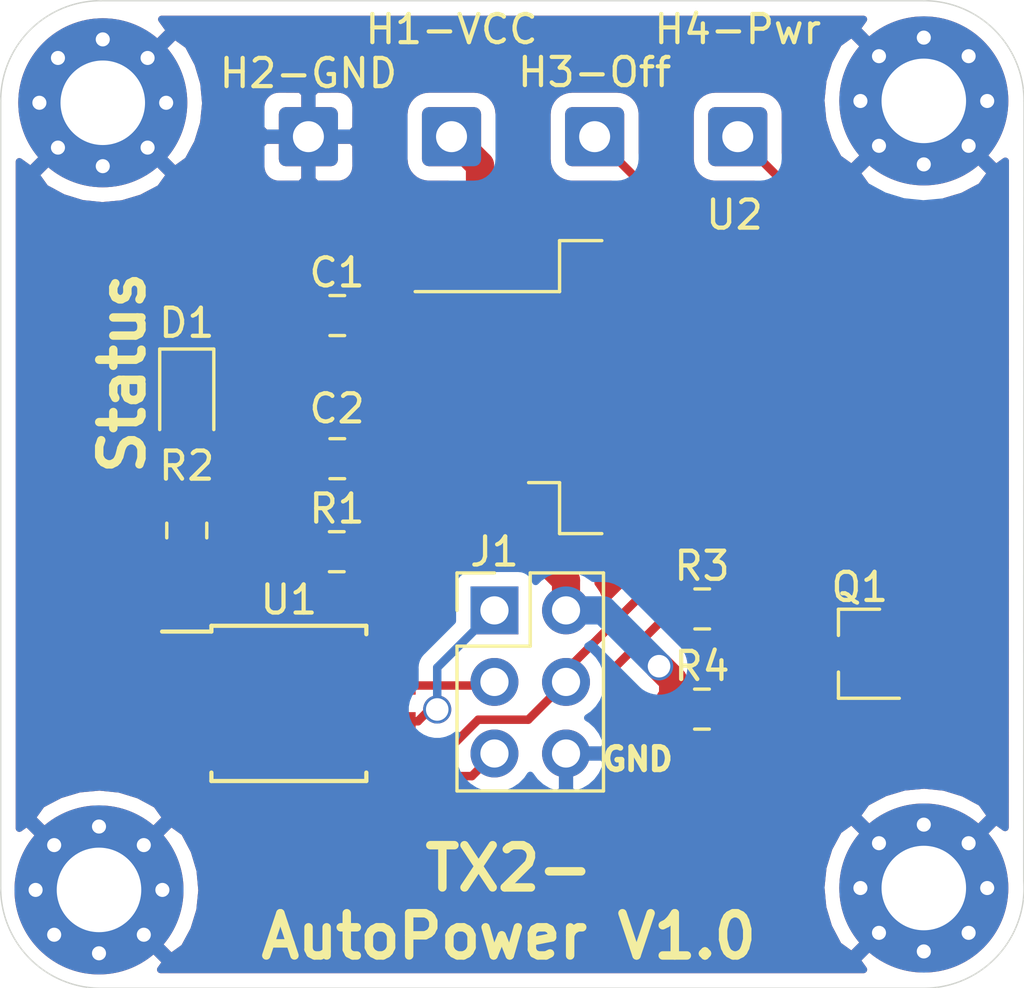
<source format=kicad_pcb>
(kicad_pcb (version 20171130) (host pcbnew 5.1.9)

  (general
    (thickness 1.6)
    (drawings 14)
    (tracks 64)
    (zones 0)
    (modules 19)
    (nets 14)
  )

  (page A4)
  (layers
    (0 F.Cu signal)
    (31 B.Cu mixed)
    (32 B.Adhes user hide)
    (33 F.Adhes user hide)
    (34 B.Paste user hide)
    (35 F.Paste user hide)
    (36 B.SilkS user hide)
    (37 F.SilkS user)
    (38 B.Mask user hide)
    (39 F.Mask user hide)
    (40 Dwgs.User user hide)
    (41 Cmts.User user hide)
    (42 Eco1.User user hide)
    (43 Eco2.User user hide)
    (44 Edge.Cuts user)
    (45 Margin user hide)
    (46 B.CrtYd user hide)
    (47 F.CrtYd user hide)
    (48 B.Fab user hide)
    (49 F.Fab user hide)
  )

  (setup
    (last_trace_width 1)
    (user_trace_width 0.5)
    (user_trace_width 1)
    (trace_clearance 0.2)
    (zone_clearance 0.508)
    (zone_45_only no)
    (trace_min 0.3)
    (via_size 1)
    (via_drill 0.8)
    (via_min_size 0.45)
    (via_min_drill 0.3)
    (uvia_size 0.3)
    (uvia_drill 0.1)
    (uvias_allowed no)
    (uvia_min_size 0.2)
    (uvia_min_drill 0.1)
    (edge_width 0.05)
    (segment_width 0.2)
    (pcb_text_width 0.3)
    (pcb_text_size 1.5 1.5)
    (mod_edge_width 0.12)
    (mod_text_size 1 1)
    (mod_text_width 0.15)
    (pad_size 6 6)
    (pad_drill 3)
    (pad_to_mask_clearance 0.05)
    (aux_axis_origin 0 0)
    (visible_elements FFFFFF7F)
    (pcbplotparams
      (layerselection 0x01030_ffffffff)
      (usegerberextensions false)
      (usegerberattributes true)
      (usegerberadvancedattributes true)
      (creategerberjobfile false)
      (excludeedgelayer true)
      (linewidth 0.100000)
      (plotframeref false)
      (viasonmask false)
      (mode 1)
      (useauxorigin false)
      (hpglpennumber 1)
      (hpglpenspeed 20)
      (hpglpendiameter 15.000000)
      (psnegative false)
      (psa4output false)
      (plotreference true)
      (plotvalue true)
      (plotinvisibletext false)
      (padsonsilk false)
      (subtractmaskfromsilk false)
      (outputformat 1)
      (mirror false)
      (drillshape 0)
      (scaleselection 1)
      (outputdirectory "plots/"))
  )

  (net 0 "")
  (net 1 "Net-(D1-Pad2)")
  (net 2 "Net-(R1-Pad1)")
  (net 3 "Net-(R2-Pad2)")
  (net 4 "Net-(C1-Pad1)")
  (net 5 "Net-(Q1-Pad2)")
  (net 6 "Net-(R3-Pad2)")
  (net 7 GND)
  (net 8 +5V)
  (net 9 "Net-(J1-Pad5)")
  (net 10 "Net-(J1-Pad3)")
  (net 11 "Net-(J1-Pad1)")
  (net 12 "Net-(H3-Pad1)")
  (net 13 "Net-(H4-Pad1)")

  (net_class Default "This is the default net class."
    (clearance 0.2)
    (trace_width 0.3)
    (via_dia 1)
    (via_drill 0.8)
    (uvia_dia 0.3)
    (uvia_drill 0.1)
    (diff_pair_width 0.3)
    (diff_pair_gap 0.25)
    (add_net +5V)
    (add_net GND)
    (add_net "Net-(C1-Pad1)")
    (add_net "Net-(D1-Pad2)")
    (add_net "Net-(H3-Pad1)")
    (add_net "Net-(H4-Pad1)")
    (add_net "Net-(J1-Pad1)")
    (add_net "Net-(J1-Pad3)")
    (add_net "Net-(J1-Pad5)")
    (add_net "Net-(Q1-Pad2)")
    (add_net "Net-(R1-Pad1)")
    (add_net "Net-(R2-Pad2)")
    (add_net "Net-(R3-Pad2)")
  )

  (module Connector_PinHeader_2.54mm:PinHeader_2x03_P2.54mm_Vertical (layer F.Cu) (tedit 59FED5CC) (tstamp 6025B148)
    (at 35.814 38.4048)
    (descr "Through hole straight pin header, 2x03, 2.54mm pitch, double rows")
    (tags "Through hole pin header THT 2x03 2.54mm double row")
    (path /6027A783)
    (fp_text reference J1 (at 0 -2.0828) (layer F.SilkS)
      (effects (font (size 1 1) (thickness 0.15)))
    )
    (fp_text value AVR-ISP-6 (at 1.27 7.41) (layer F.Fab)
      (effects (font (size 1 1) (thickness 0.15)))
    )
    (fp_line (start 4.35 -1.8) (end -1.8 -1.8) (layer F.CrtYd) (width 0.05))
    (fp_line (start 4.35 6.85) (end 4.35 -1.8) (layer F.CrtYd) (width 0.05))
    (fp_line (start -1.8 6.85) (end 4.35 6.85) (layer F.CrtYd) (width 0.05))
    (fp_line (start -1.8 -1.8) (end -1.8 6.85) (layer F.CrtYd) (width 0.05))
    (fp_line (start -1.33 -1.33) (end 0 -1.33) (layer F.SilkS) (width 0.12))
    (fp_line (start -1.33 0) (end -1.33 -1.33) (layer F.SilkS) (width 0.12))
    (fp_line (start 1.27 -1.33) (end 3.87 -1.33) (layer F.SilkS) (width 0.12))
    (fp_line (start 1.27 1.27) (end 1.27 -1.33) (layer F.SilkS) (width 0.12))
    (fp_line (start -1.33 1.27) (end 1.27 1.27) (layer F.SilkS) (width 0.12))
    (fp_line (start 3.87 -1.33) (end 3.87 6.41) (layer F.SilkS) (width 0.12))
    (fp_line (start -1.33 1.27) (end -1.33 6.41) (layer F.SilkS) (width 0.12))
    (fp_line (start -1.33 6.41) (end 3.87 6.41) (layer F.SilkS) (width 0.12))
    (fp_line (start -1.27 0) (end 0 -1.27) (layer F.Fab) (width 0.1))
    (fp_line (start -1.27 6.35) (end -1.27 0) (layer F.Fab) (width 0.1))
    (fp_line (start 3.81 6.35) (end -1.27 6.35) (layer F.Fab) (width 0.1))
    (fp_line (start 3.81 -1.27) (end 3.81 6.35) (layer F.Fab) (width 0.1))
    (fp_line (start 0 -1.27) (end 3.81 -1.27) (layer F.Fab) (width 0.1))
    (fp_text user %R (at 1.27 2.54 90) (layer F.Fab)
      (effects (font (size 1 1) (thickness 0.15)))
    )
    (pad 6 thru_hole oval (at 2.54 5.08) (size 1.7 1.7) (drill 1) (layers *.Cu *.Mask)
      (net 7 GND))
    (pad 5 thru_hole oval (at 0 5.08) (size 1.7 1.7) (drill 1) (layers *.Cu *.Mask)
      (net 9 "Net-(J1-Pad5)"))
    (pad 4 thru_hole oval (at 2.54 2.54) (size 1.7 1.7) (drill 1) (layers *.Cu *.Mask)
      (net 12 "Net-(H3-Pad1)"))
    (pad 3 thru_hole oval (at 0 2.54) (size 1.7 1.7) (drill 1) (layers *.Cu *.Mask)
      (net 10 "Net-(J1-Pad3)"))
    (pad 2 thru_hole oval (at 2.54 0) (size 1.7 1.7) (drill 1) (layers *.Cu *.Mask)
      (net 8 +5V))
    (pad 1 thru_hole rect (at 0 0) (size 1.7 1.7) (drill 1) (layers *.Cu *.Mask)
      (net 11 "Net-(J1-Pad1)"))
    (model ${KISYS3DMOD}/Connector_PinHeader_2.54mm.3dshapes/PinHeader_2x03_P2.54mm_Vertical.wrl
      (at (xyz 0 0 0))
      (scale (xyz 1 1 1))
      (rotate (xyz 0 0 0))
    )
  )

  (module Package_TO_SOT_SMD:SOT-23 (layer F.Cu) (tedit 5A02FF57) (tstamp 5F01063B)
    (at 48.784 39.944 180)
    (descr "SOT-23, Standard")
    (tags SOT-23)
    (path /5F020487)
    (attr smd)
    (fp_text reference Q1 (at 0.004 2.364) (layer F.SilkS)
      (effects (font (size 1 1) (thickness 0.15)))
    )
    (fp_text value 2N2219 (at 0 2.5) (layer F.Fab)
      (effects (font (size 1 1) (thickness 0.15)))
    )
    (fp_line (start 0.76 1.58) (end -0.7 1.58) (layer F.SilkS) (width 0.12))
    (fp_line (start 0.76 -1.58) (end -1.4 -1.58) (layer F.SilkS) (width 0.12))
    (fp_line (start -1.7 1.75) (end -1.7 -1.75) (layer F.CrtYd) (width 0.05))
    (fp_line (start 1.7 1.75) (end -1.7 1.75) (layer F.CrtYd) (width 0.05))
    (fp_line (start 1.7 -1.75) (end 1.7 1.75) (layer F.CrtYd) (width 0.05))
    (fp_line (start -1.7 -1.75) (end 1.7 -1.75) (layer F.CrtYd) (width 0.05))
    (fp_line (start 0.76 -1.58) (end 0.76 -0.65) (layer F.SilkS) (width 0.12))
    (fp_line (start 0.76 1.58) (end 0.76 0.65) (layer F.SilkS) (width 0.12))
    (fp_line (start -0.7 1.52) (end 0.7 1.52) (layer F.Fab) (width 0.1))
    (fp_line (start 0.7 -1.52) (end 0.7 1.52) (layer F.Fab) (width 0.1))
    (fp_line (start -0.7 -0.95) (end -0.15 -1.52) (layer F.Fab) (width 0.1))
    (fp_line (start -0.15 -1.52) (end 0.7 -1.52) (layer F.Fab) (width 0.1))
    (fp_line (start -0.7 -0.95) (end -0.7 1.5) (layer F.Fab) (width 0.1))
    (fp_text user %R (at 0 0 90) (layer F.Fab)
      (effects (font (size 0.5 0.5) (thickness 0.075)))
    )
    (pad 3 smd rect (at 1 0 180) (size 0.9 0.8) (layers F.Cu F.Paste F.Mask)
      (net 13 "Net-(H4-Pad1)"))
    (pad 2 smd rect (at -1 0.95 180) (size 0.9 0.8) (layers F.Cu F.Paste F.Mask)
      (net 5 "Net-(Q1-Pad2)"))
    (pad 1 smd rect (at -1 -0.95 180) (size 0.9 0.8) (layers F.Cu F.Paste F.Mask)
      (net 7 GND))
    (model ${KISYS3DMOD}/Package_TO_SOT_SMD.3dshapes/SOT-23.wrl
      (at (xyz 0 0 0))
      (scale (xyz 1 1 1))
      (rotate (xyz 0 0 0))
    )
  )

  (module Resistor_SMD:R_0805_2012Metric_Pad1.15x1.40mm_HandSolder (layer F.Cu) (tedit 5B36C52B) (tstamp 5EEB3BCB)
    (at 30.217 36.322 180)
    (descr "Resistor SMD 0805 (2012 Metric), square (rectangular) end terminal, IPC_7351 nominal with elongated pad for handsoldering. (Body size source: https://docs.google.com/spreadsheets/d/1BsfQQcO9C6DZCsRaXUlFlo91Tg2WpOkGARC1WS5S8t0/edit?usp=sharing), generated with kicad-footprint-generator")
    (tags "resistor handsolder")
    (path /5EE85CEA)
    (attr smd)
    (fp_text reference R1 (at -0.009 1.524) (layer F.SilkS)
      (effects (font (size 1 1) (thickness 0.15)))
    )
    (fp_text value 200R (at -3.81 0) (layer F.Fab)
      (effects (font (size 1 1) (thickness 0.15)))
    )
    (fp_line (start -1 0.6) (end -1 -0.6) (layer F.Fab) (width 0.1))
    (fp_line (start -1 -0.6) (end 1 -0.6) (layer F.Fab) (width 0.1))
    (fp_line (start 1 -0.6) (end 1 0.6) (layer F.Fab) (width 0.1))
    (fp_line (start 1 0.6) (end -1 0.6) (layer F.Fab) (width 0.1))
    (fp_line (start -0.261252 -0.71) (end 0.261252 -0.71) (layer F.SilkS) (width 0.12))
    (fp_line (start -0.261252 0.71) (end 0.261252 0.71) (layer F.SilkS) (width 0.12))
    (fp_line (start -1.85 0.95) (end -1.85 -0.95) (layer F.CrtYd) (width 0.05))
    (fp_line (start -1.85 -0.95) (end 1.85 -0.95) (layer F.CrtYd) (width 0.05))
    (fp_line (start 1.85 -0.95) (end 1.85 0.95) (layer F.CrtYd) (width 0.05))
    (fp_line (start 1.85 0.95) (end -1.85 0.95) (layer F.CrtYd) (width 0.05))
    (fp_text user %R (at 0 0) (layer F.Fab)
      (effects (font (size 0.5 0.5) (thickness 0.08)))
    )
    (pad 2 smd roundrect (at 1.025 0 180) (size 1.15 1.4) (layers F.Cu F.Paste F.Mask) (roundrect_rratio 0.2173904347826087)
      (net 8 +5V))
    (pad 1 smd roundrect (at -1.025 0 180) (size 1.15 1.4) (layers F.Cu F.Paste F.Mask) (roundrect_rratio 0.2173904347826087)
      (net 2 "Net-(R1-Pad1)"))
    (model ${KISYS3DMOD}/Resistor_SMD.3dshapes/R_0805_2012Metric.wrl
      (at (xyz 0 0 0))
      (scale (xyz 1 1 1))
      (rotate (xyz 0 0 0))
    )
  )

  (module Capacitor_SMD:C_0805_2012Metric_Pad1.15x1.40mm_HandSolder (layer F.Cu) (tedit 5B36C52B) (tstamp 5F0105CA)
    (at 30.235 33.02 180)
    (descr "Capacitor SMD 0805 (2012 Metric), square (rectangular) end terminal, IPC_7351 nominal with elongated pad for handsoldering. (Body size source: https://docs.google.com/spreadsheets/d/1BsfQQcO9C6DZCsRaXUlFlo91Tg2WpOkGARC1WS5S8t0/edit?usp=sharing), generated with kicad-footprint-generator")
    (tags "capacitor handsolder")
    (path /5F00B1F8)
    (attr smd)
    (fp_text reference C2 (at 0.009 1.778) (layer F.SilkS)
      (effects (font (size 1 1) (thickness 0.15)))
    )
    (fp_text value 0.1uF (at -2.785 2.54) (layer F.Fab)
      (effects (font (size 1 1) (thickness 0.15)))
    )
    (fp_line (start -1 0.6) (end -1 -0.6) (layer F.Fab) (width 0.1))
    (fp_line (start -1 -0.6) (end 1 -0.6) (layer F.Fab) (width 0.1))
    (fp_line (start 1 -0.6) (end 1 0.6) (layer F.Fab) (width 0.1))
    (fp_line (start 1 0.6) (end -1 0.6) (layer F.Fab) (width 0.1))
    (fp_line (start -0.261252 -0.71) (end 0.261252 -0.71) (layer F.SilkS) (width 0.12))
    (fp_line (start -0.261252 0.71) (end 0.261252 0.71) (layer F.SilkS) (width 0.12))
    (fp_line (start -1.85 0.95) (end -1.85 -0.95) (layer F.CrtYd) (width 0.05))
    (fp_line (start -1.85 -0.95) (end 1.85 -0.95) (layer F.CrtYd) (width 0.05))
    (fp_line (start 1.85 -0.95) (end 1.85 0.95) (layer F.CrtYd) (width 0.05))
    (fp_line (start 1.85 0.95) (end -1.85 0.95) (layer F.CrtYd) (width 0.05))
    (fp_text user %R (at 0 0) (layer F.Fab)
      (effects (font (size 0.5 0.5) (thickness 0.08)))
    )
    (pad 2 smd roundrect (at 1.025 0 180) (size 1.15 1.4) (layers F.Cu F.Paste F.Mask) (roundrect_rratio 0.2173904347826087)
      (net 7 GND))
    (pad 1 smd roundrect (at -1.025 0 180) (size 1.15 1.4) (layers F.Cu F.Paste F.Mask) (roundrect_rratio 0.2173904347826087)
      (net 8 +5V))
    (model ${KISYS3DMOD}/Capacitor_SMD.3dshapes/C_0805_2012Metric.wrl
      (at (xyz 0 0 0))
      (scale (xyz 1 1 1))
      (rotate (xyz 0 0 0))
    )
  )

  (module Resistor_SMD:R_0805_2012Metric_Pad1.15x1.40mm_HandSolder (layer F.Cu) (tedit 5B36C52B) (tstamp 5F01067D)
    (at 43.18 41.91)
    (descr "Resistor SMD 0805 (2012 Metric), square (rectangular) end terminal, IPC_7351 nominal with elongated pad for handsoldering. (Body size source: https://docs.google.com/spreadsheets/d/1BsfQQcO9C6DZCsRaXUlFlo91Tg2WpOkGARC1WS5S8t0/edit?usp=sharing), generated with kicad-footprint-generator")
    (tags "resistor handsolder")
    (path /5F0212E3)
    (attr smd)
    (fp_text reference R4 (at 0 -1.524) (layer F.SilkS)
      (effects (font (size 1 1) (thickness 0.15)))
    )
    (fp_text value 1k (at 0 1.65) (layer F.Fab)
      (effects (font (size 1 1) (thickness 0.15)))
    )
    (fp_line (start -1 0.6) (end -1 -0.6) (layer F.Fab) (width 0.1))
    (fp_line (start -1 -0.6) (end 1 -0.6) (layer F.Fab) (width 0.1))
    (fp_line (start 1 -0.6) (end 1 0.6) (layer F.Fab) (width 0.1))
    (fp_line (start 1 0.6) (end -1 0.6) (layer F.Fab) (width 0.1))
    (fp_line (start -0.261252 -0.71) (end 0.261252 -0.71) (layer F.SilkS) (width 0.12))
    (fp_line (start -0.261252 0.71) (end 0.261252 0.71) (layer F.SilkS) (width 0.12))
    (fp_line (start -1.85 0.95) (end -1.85 -0.95) (layer F.CrtYd) (width 0.05))
    (fp_line (start -1.85 -0.95) (end 1.85 -0.95) (layer F.CrtYd) (width 0.05))
    (fp_line (start 1.85 -0.95) (end 1.85 0.95) (layer F.CrtYd) (width 0.05))
    (fp_line (start 1.85 0.95) (end -1.85 0.95) (layer F.CrtYd) (width 0.05))
    (fp_text user %R (at 0 0) (layer F.Fab)
      (effects (font (size 0.5 0.5) (thickness 0.08)))
    )
    (pad 2 smd roundrect (at 1.025 0) (size 1.15 1.4) (layers F.Cu F.Paste F.Mask) (roundrect_rratio 0.2173904347826087)
      (net 13 "Net-(H4-Pad1)"))
    (pad 1 smd roundrect (at -1.025 0) (size 1.15 1.4) (layers F.Cu F.Paste F.Mask) (roundrect_rratio 0.2173904347826087)
      (net 8 +5V))
    (model ${KISYS3DMOD}/Resistor_SMD.3dshapes/R_0805_2012Metric.wrl
      (at (xyz 0 0 0))
      (scale (xyz 1 1 1))
      (rotate (xyz 0 0 0))
    )
  )

  (module Resistor_SMD:R_0805_2012Metric_Pad1.15x1.40mm_HandSolder (layer F.Cu) (tedit 5B36C52B) (tstamp 60270C65)
    (at 43.189 38.354 180)
    (descr "Resistor SMD 0805 (2012 Metric), square (rectangular) end terminal, IPC_7351 nominal with elongated pad for handsoldering. (Body size source: https://docs.google.com/spreadsheets/d/1BsfQQcO9C6DZCsRaXUlFlo91Tg2WpOkGARC1WS5S8t0/edit?usp=sharing), generated with kicad-footprint-generator")
    (tags "resistor handsolder")
    (path /5F011B69)
    (attr smd)
    (fp_text reference R3 (at 0.009 1.524) (layer F.SilkS)
      (effects (font (size 1 1) (thickness 0.15)))
    )
    (fp_text value 1k (at 0 1.65) (layer F.Fab)
      (effects (font (size 1 1) (thickness 0.15)))
    )
    (fp_line (start -1 0.6) (end -1 -0.6) (layer F.Fab) (width 0.1))
    (fp_line (start -1 -0.6) (end 1 -0.6) (layer F.Fab) (width 0.1))
    (fp_line (start 1 -0.6) (end 1 0.6) (layer F.Fab) (width 0.1))
    (fp_line (start 1 0.6) (end -1 0.6) (layer F.Fab) (width 0.1))
    (fp_line (start -0.261252 -0.71) (end 0.261252 -0.71) (layer F.SilkS) (width 0.12))
    (fp_line (start -0.261252 0.71) (end 0.261252 0.71) (layer F.SilkS) (width 0.12))
    (fp_line (start -1.85 0.95) (end -1.85 -0.95) (layer F.CrtYd) (width 0.05))
    (fp_line (start -1.85 -0.95) (end 1.85 -0.95) (layer F.CrtYd) (width 0.05))
    (fp_line (start 1.85 -0.95) (end 1.85 0.95) (layer F.CrtYd) (width 0.05))
    (fp_line (start 1.85 0.95) (end -1.85 0.95) (layer F.CrtYd) (width 0.05))
    (fp_text user %R (at 0 0) (layer F.Fab)
      (effects (font (size 0.5 0.5) (thickness 0.08)))
    )
    (pad 2 smd roundrect (at 1.025 0 180) (size 1.15 1.4) (layers F.Cu F.Paste F.Mask) (roundrect_rratio 0.2173904347826087)
      (net 6 "Net-(R3-Pad2)"))
    (pad 1 smd roundrect (at -1.025 0 180) (size 1.15 1.4) (layers F.Cu F.Paste F.Mask) (roundrect_rratio 0.2173904347826087)
      (net 5 "Net-(Q1-Pad2)"))
    (model ${KISYS3DMOD}/Resistor_SMD.3dshapes/R_0805_2012Metric.wrl
      (at (xyz 0 0 0))
      (scale (xyz 1 1 1))
      (rotate (xyz 0 0 0))
    )
  )

  (module MountingHole:MountingHole_3mm_Pad_Via (layer F.Cu) (tedit 56DDBED4) (tstamp 6026FEED)
    (at 51.054 48.26)
    (descr "Mounting Hole 3mm")
    (tags "mounting hole 3mm")
    (path /6028FB0A)
    (attr virtual)
    (fp_text reference H8 (at 0 -4) (layer F.Fab)
      (effects (font (size 1 1) (thickness 0.15)))
    )
    (fp_text value pad (at 0 4) (layer F.Fab)
      (effects (font (size 1 1) (thickness 0.15)))
    )
    (fp_circle (center 0 0) (end 3 0) (layer Cmts.User) (width 0.15))
    (fp_circle (center 0 0) (end 3.25 0) (layer F.CrtYd) (width 0.05))
    (fp_text user %R (at 0.3 0) (layer F.Fab)
      (effects (font (size 1 1) (thickness 0.15)))
    )
    (pad 1 thru_hole circle (at 1.59099 -1.59099) (size 0.8 0.8) (drill 0.5) (layers *.Cu *.Mask)
      (net 7 GND))
    (pad 1 thru_hole circle (at 0 -2.25) (size 0.8 0.8) (drill 0.5) (layers *.Cu *.Mask)
      (net 7 GND))
    (pad 1 thru_hole circle (at -1.59099 -1.59099) (size 0.8 0.8) (drill 0.5) (layers *.Cu *.Mask)
      (net 7 GND))
    (pad 1 thru_hole circle (at -2.25 0) (size 0.8 0.8) (drill 0.5) (layers *.Cu *.Mask)
      (net 7 GND))
    (pad 1 thru_hole circle (at -1.59099 1.59099) (size 0.8 0.8) (drill 0.5) (layers *.Cu *.Mask)
      (net 7 GND))
    (pad 1 thru_hole circle (at 0 2.25) (size 0.8 0.8) (drill 0.5) (layers *.Cu *.Mask)
      (net 7 GND))
    (pad 1 thru_hole circle (at 1.59099 1.59099) (size 0.8 0.8) (drill 0.5) (layers *.Cu *.Mask)
      (net 7 GND))
    (pad 1 thru_hole circle (at 2.25 0) (size 0.8 0.8) (drill 0.5) (layers *.Cu *.Mask)
      (net 7 GND))
    (pad 1 thru_hole circle (at 0 0) (size 6 6) (drill 3) (layers *.Cu *.Mask)
      (net 7 GND))
  )

  (module MountingHole:MountingHole_3mm_Pad_Via (layer F.Cu) (tedit 6026A789) (tstamp 60271386)
    (at 51.054 20.324)
    (descr "Mounting Hole 3mm")
    (tags "mounting hole 3mm")
    (path /602958B7)
    (attr virtual)
    (fp_text reference H7 (at 0 -4) (layer F.Fab)
      (effects (font (size 1 1) (thickness 0.15)))
    )
    (fp_text value pad (at 0 4) (layer F.Fab)
      (effects (font (size 1 1) (thickness 0.15)))
    )
    (fp_circle (center 0 0) (end 3 0) (layer Cmts.User) (width 0.15))
    (fp_circle (center 0 0) (end 3.25 0) (layer F.CrtYd) (width 0.05))
    (fp_text user %R (at 0.3 0) (layer F.Fab)
      (effects (font (size 1 1) (thickness 0.15)))
    )
    (pad 1 thru_hole circle (at 1.59099 -1.59099) (size 0.8 0.8) (drill 0.5) (layers *.Cu *.Mask)
      (net 7 GND))
    (pad 1 thru_hole circle (at 0 -2.25) (size 0.8 0.8) (drill 0.5) (layers *.Cu *.Mask)
      (net 7 GND))
    (pad 1 thru_hole circle (at -1.59099 -1.59099) (size 0.8 0.8) (drill 0.5) (layers *.Cu *.Mask)
      (net 7 GND))
    (pad 1 thru_hole circle (at -2.25 0) (size 0.8 0.8) (drill 0.5) (layers *.Cu *.Mask)
      (net 7 GND))
    (pad 1 thru_hole circle (at -1.59099 1.59099) (size 0.8 0.8) (drill 0.5) (layers *.Cu *.Mask)
      (net 7 GND))
    (pad 1 thru_hole circle (at 0 2.25) (size 0.8 0.8) (drill 0.5) (layers *.Cu *.Mask)
      (net 7 GND))
    (pad 1 thru_hole circle (at 1.59099 1.59099) (size 0.8 0.8) (drill 0.5) (layers *.Cu *.Mask)
      (net 7 GND))
    (pad 1 thru_hole circle (at 2.25 0) (size 0.8 0.8) (drill 0.5) (layers *.Cu *.Mask)
      (net 7 GND))
    (pad 1 thru_hole circle (at 0 -0.004) (size 6 6) (drill 3) (layers *.Cu *.Mask)
      (net 7 GND))
  )

  (module MountingHole:MountingHole_3mm_Pad_Via (layer F.Cu) (tedit 56DDBED4) (tstamp 60270F2E)
    (at 21.77701 48.32699)
    (descr "Mounting Hole 3mm")
    (tags "mounting hole 3mm")
    (path /60296E43)
    (attr virtual)
    (fp_text reference H6 (at 0 -4) (layer F.Fab)
      (effects (font (size 1 1) (thickness 0.15)))
    )
    (fp_text value pad (at 0 4) (layer F.Fab)
      (effects (font (size 1 1) (thickness 0.15)))
    )
    (fp_circle (center 0 0) (end 3 0) (layer Cmts.User) (width 0.15))
    (fp_circle (center 0 0) (end 3.25 0) (layer F.CrtYd) (width 0.05))
    (fp_text user %R (at 0.3 0) (layer F.Fab)
      (effects (font (size 1 1) (thickness 0.15)))
    )
    (pad 1 thru_hole circle (at 1.59099 -1.59099) (size 0.8 0.8) (drill 0.5) (layers *.Cu *.Mask)
      (net 7 GND))
    (pad 1 thru_hole circle (at 0 -2.25) (size 0.8 0.8) (drill 0.5) (layers *.Cu *.Mask)
      (net 7 GND))
    (pad 1 thru_hole circle (at -1.59099 -1.59099) (size 0.8 0.8) (drill 0.5) (layers *.Cu *.Mask)
      (net 7 GND))
    (pad 1 thru_hole circle (at -2.25 0) (size 0.8 0.8) (drill 0.5) (layers *.Cu *.Mask)
      (net 7 GND))
    (pad 1 thru_hole circle (at -1.59099 1.59099) (size 0.8 0.8) (drill 0.5) (layers *.Cu *.Mask)
      (net 7 GND))
    (pad 1 thru_hole circle (at 0 2.25) (size 0.8 0.8) (drill 0.5) (layers *.Cu *.Mask)
      (net 7 GND))
    (pad 1 thru_hole circle (at 1.59099 1.59099) (size 0.8 0.8) (drill 0.5) (layers *.Cu *.Mask)
      (net 7 GND))
    (pad 1 thru_hole circle (at 2.25 0) (size 0.8 0.8) (drill 0.5) (layers *.Cu *.Mask)
      (net 7 GND))
    (pad 1 thru_hole circle (at 0 0) (size 6 6) (drill 3) (layers *.Cu *.Mask)
      (net 7 GND))
  )

  (module MountingHole:MountingHole_3mm_Pad_Via (layer F.Cu) (tedit 56DDBED4) (tstamp 60271345)
    (at 21.91099 20.38699)
    (descr "Mounting Hole 3mm")
    (tags "mounting hole 3mm")
    (path /602977B5)
    (attr virtual)
    (fp_text reference H5 (at 0 -4) (layer F.Fab)
      (effects (font (size 1 1) (thickness 0.15)))
    )
    (fp_text value pad (at 0 4) (layer F.Fab)
      (effects (font (size 1 1) (thickness 0.15)))
    )
    (fp_circle (center 0 0) (end 3 0) (layer Cmts.User) (width 0.15))
    (fp_circle (center 0 0) (end 3.25 0) (layer F.CrtYd) (width 0.05))
    (fp_text user %R (at 0.3 0) (layer F.Fab)
      (effects (font (size 1 1) (thickness 0.15)))
    )
    (pad 1 thru_hole circle (at 1.59099 -1.59099) (size 0.8 0.8) (drill 0.5) (layers *.Cu *.Mask)
      (net 7 GND))
    (pad 1 thru_hole circle (at 0 -2.25) (size 0.8 0.8) (drill 0.5) (layers *.Cu *.Mask)
      (net 7 GND))
    (pad 1 thru_hole circle (at -1.59099 -1.59099) (size 0.8 0.8) (drill 0.5) (layers *.Cu *.Mask)
      (net 7 GND))
    (pad 1 thru_hole circle (at -2.25 0) (size 0.8 0.8) (drill 0.5) (layers *.Cu *.Mask)
      (net 7 GND))
    (pad 1 thru_hole circle (at -1.59099 1.59099) (size 0.8 0.8) (drill 0.5) (layers *.Cu *.Mask)
      (net 7 GND))
    (pad 1 thru_hole circle (at 0 2.25) (size 0.8 0.8) (drill 0.5) (layers *.Cu *.Mask)
      (net 7 GND))
    (pad 1 thru_hole circle (at 1.59099 1.59099) (size 0.8 0.8) (drill 0.5) (layers *.Cu *.Mask)
      (net 7 GND))
    (pad 1 thru_hole circle (at 2.25 0) (size 0.8 0.8) (drill 0.5) (layers *.Cu *.Mask)
      (net 7 GND))
    (pad 1 thru_hole circle (at 0 0) (size 6 6) (drill 3) (layers *.Cu *.Mask)
      (net 7 GND))
  )

  (module Package_SO:SOIJ-8_5.3x5.3mm_P1.27mm (layer F.Cu) (tedit 5A02F2D3) (tstamp 5EE8333A)
    (at 28.5166 41.7068)
    (descr "8-Lead Plastic Small Outline (SM) - Medium, 5.28 mm Body [SOIC] (see Microchip Packaging Specification 00000049BS.pdf)")
    (tags "SOIC 1.27")
    (path /5EE7C9D3)
    (attr smd)
    (fp_text reference U1 (at 0 -3.68) (layer F.SilkS)
      (effects (font (size 1 1) (thickness 0.15)))
    )
    (fp_text value ATtiny85-20SU (at 0 3.68) (layer F.Fab)
      (effects (font (size 1 1) (thickness 0.15)))
    )
    (fp_line (start -1.65 -2.65) (end 2.65 -2.65) (layer F.Fab) (width 0.15))
    (fp_line (start 2.65 -2.65) (end 2.65 2.65) (layer F.Fab) (width 0.15))
    (fp_line (start 2.65 2.65) (end -2.65 2.65) (layer F.Fab) (width 0.15))
    (fp_line (start -2.65 2.65) (end -2.65 -1.65) (layer F.Fab) (width 0.15))
    (fp_line (start -2.65 -1.65) (end -1.65 -2.65) (layer F.Fab) (width 0.15))
    (fp_line (start -4.75 -2.95) (end -4.75 2.95) (layer F.CrtYd) (width 0.05))
    (fp_line (start 4.75 -2.95) (end 4.75 2.95) (layer F.CrtYd) (width 0.05))
    (fp_line (start -4.75 -2.95) (end 4.75 -2.95) (layer F.CrtYd) (width 0.05))
    (fp_line (start -4.75 2.95) (end 4.75 2.95) (layer F.CrtYd) (width 0.05))
    (fp_line (start -2.75 -2.755) (end -2.75 -2.55) (layer F.SilkS) (width 0.15))
    (fp_line (start 2.75 -2.755) (end 2.75 -2.455) (layer F.SilkS) (width 0.15))
    (fp_line (start 2.75 2.755) (end 2.75 2.455) (layer F.SilkS) (width 0.15))
    (fp_line (start -2.75 2.755) (end -2.75 2.455) (layer F.SilkS) (width 0.15))
    (fp_line (start -2.75 -2.755) (end 2.75 -2.755) (layer F.SilkS) (width 0.15))
    (fp_line (start -2.75 2.755) (end 2.75 2.755) (layer F.SilkS) (width 0.15))
    (fp_line (start -2.75 -2.55) (end -4.5 -2.55) (layer F.SilkS) (width 0.15))
    (fp_text user %R (at 0 0) (layer F.Fab)
      (effects (font (size 1 1) (thickness 0.15)))
    )
    (pad 8 smd rect (at 3.65 -1.905) (size 1.7 0.65) (layers F.Cu F.Paste F.Mask)
      (net 2 "Net-(R1-Pad1)"))
    (pad 7 smd rect (at 3.65 -0.635) (size 1.7 0.65) (layers F.Cu F.Paste F.Mask)
      (net 10 "Net-(J1-Pad3)"))
    (pad 6 smd rect (at 3.65 0.635) (size 1.7 0.65) (layers F.Cu F.Paste F.Mask)
      (net 11 "Net-(J1-Pad1)"))
    (pad 5 smd rect (at 3.65 1.905) (size 1.7 0.65) (layers F.Cu F.Paste F.Mask)
      (net 12 "Net-(H3-Pad1)"))
    (pad 4 smd rect (at -3.65 1.905) (size 1.7 0.65) (layers F.Cu F.Paste F.Mask)
      (net 7 GND))
    (pad 3 smd rect (at -3.65 0.635) (size 1.7 0.65) (layers F.Cu F.Paste F.Mask)
      (net 6 "Net-(R3-Pad2)"))
    (pad 2 smd rect (at -3.65 -0.635) (size 1.7 0.65) (layers F.Cu F.Paste F.Mask)
      (net 3 "Net-(R2-Pad2)"))
    (pad 1 smd rect (at -3.65 -1.905) (size 1.7 0.65) (layers F.Cu F.Paste F.Mask)
      (net 9 "Net-(J1-Pad5)"))
    (model ${KISYS3DMOD}/Package_SO.3dshapes/SOIJ-8_5.3x5.3mm_P1.27mm.wrl
      (at (xyz 0 0 0))
      (scale (xyz 1 1 1))
      (rotate (xyz 0 0 0))
    )
  )

  (module Connector_Wire:SolderWire-0.5sqmm_1x01_D0.9mm_OD2.1mm (layer F.Cu) (tedit 5EB70B43) (tstamp 5EE82C48)
    (at 44.45 21.59)
    (descr "Soldered wire connection, for a single 0.5 mm² wire, basic insulation, conductor diameter 0.9mm, outer diameter 2.1mm, size source Multi-Contact FLEXI-E 0.5 (https://ec.staubli.com/AcroFiles/Catalogues/TM_Cab-Main-11014119_(en)_hi.pdf), bend radius 3 times outer diameter, generated with kicad-footprint-generator")
    (tags "connector wire 0.5sqmm")
    (path /5EE987D1)
    (attr virtual)
    (fp_text reference H4-Pwr (at 0 -3.81) (layer F.SilkS)
      (effects (font (size 1 1) (thickness 0.15)))
    )
    (fp_text value PWR_J20 (at 0 2.25) (layer F.Fab)
      (effects (font (size 1 1) (thickness 0.15)))
    )
    (fp_circle (center 0 0) (end 1.05 0) (layer F.Fab) (width 0.1))
    (fp_line (start -1.8 -1.55) (end -1.8 1.55) (layer F.CrtYd) (width 0.05))
    (fp_line (start -1.8 1.55) (end 1.8 1.55) (layer F.CrtYd) (width 0.05))
    (fp_line (start 1.8 1.55) (end 1.8 -1.55) (layer F.CrtYd) (width 0.05))
    (fp_line (start 1.8 -1.55) (end -1.8 -1.55) (layer F.CrtYd) (width 0.05))
    (fp_text user %R (at 0 0) (layer F.Fab)
      (effects (font (size 0.52 0.52) (thickness 0.08)))
    )
    (pad 1 thru_hole roundrect (at 0 0) (size 2.1 2.1) (drill 1.1) (layers *.Cu *.Mask) (roundrect_rratio 0.119047619047619)
      (net 13 "Net-(H4-Pad1)"))
    (model ${KISYS3DMOD}/Connector_Wire.3dshapes/SolderWire-0.5sqmm_1x01_D0.9mm_OD2.1mm.wrl
      (at (xyz 0 0 0))
      (scale (xyz 1 1 1))
      (rotate (xyz 0 0 0))
    )
  )

  (module Connector_Wire:SolderWire-0.5sqmm_1x01_D0.9mm_OD2.1mm (layer F.Cu) (tedit 5EB70B43) (tstamp 5EE82C40)
    (at 39.37 21.59)
    (descr "Soldered wire connection, for a single 0.5 mm² wire, basic insulation, conductor diameter 0.9mm, outer diameter 2.1mm, size source Multi-Contact FLEXI-E 0.5 (https://ec.staubli.com/AcroFiles/Catalogues/TM_Cab-Main-11014119_(en)_hi.pdf), bend radius 3 times outer diameter, generated with kicad-footprint-generator")
    (tags "connector wire 0.5sqmm")
    (path /5EE99195)
    (attr virtual)
    (fp_text reference H3-Off (at 0 -2.286) (layer F.SilkS)
      (effects (font (size 1 1) (thickness 0.15)))
    )
    (fp_text value OFF_J20 (at 0 2.25) (layer F.Fab)
      (effects (font (size 1 1) (thickness 0.15)))
    )
    (fp_circle (center 0 0) (end 1.05 0) (layer F.Fab) (width 0.1))
    (fp_line (start -1.8 -1.55) (end -1.8 1.55) (layer F.CrtYd) (width 0.05))
    (fp_line (start -1.8 1.55) (end 1.8 1.55) (layer F.CrtYd) (width 0.05))
    (fp_line (start 1.8 1.55) (end 1.8 -1.55) (layer F.CrtYd) (width 0.05))
    (fp_line (start 1.8 -1.55) (end -1.8 -1.55) (layer F.CrtYd) (width 0.05))
    (fp_text user %R (at 0 0) (layer F.Fab)
      (effects (font (size 0.52 0.52) (thickness 0.08)))
    )
    (pad 1 thru_hole roundrect (at 0 0) (size 2.1 2.1) (drill 1.1) (layers *.Cu *.Mask) (roundrect_rratio 0.119047619047619)
      (net 12 "Net-(H3-Pad1)"))
    (model ${KISYS3DMOD}/Connector_Wire.3dshapes/SolderWire-0.5sqmm_1x01_D0.9mm_OD2.1mm.wrl
      (at (xyz 0 0 0))
      (scale (xyz 1 1 1))
      (rotate (xyz 0 0 0))
    )
  )

  (module Connector_Wire:SolderWire-0.5sqmm_1x01_D0.9mm_OD2.1mm (layer F.Cu) (tedit 5EB70B43) (tstamp 5EE82C38)
    (at 29.21 21.59)
    (descr "Soldered wire connection, for a single 0.5 mm² wire, basic insulation, conductor diameter 0.9mm, outer diameter 2.1mm, size source Multi-Contact FLEXI-E 0.5 (https://ec.staubli.com/AcroFiles/Catalogues/TM_Cab-Main-11014119_(en)_hi.pdf), bend radius 3 times outer diameter, generated with kicad-footprint-generator")
    (tags "connector wire 0.5sqmm")
    (path /5EE97C63)
    (attr virtual)
    (fp_text reference H2-GND (at 0 -2.25) (layer F.SilkS)
      (effects (font (size 1 1) (thickness 0.15)))
    )
    (fp_text value GND_Jetson (at 0 2.25) (layer F.Fab)
      (effects (font (size 1 1) (thickness 0.15)))
    )
    (fp_circle (center 0 0) (end 1.05 0) (layer F.Fab) (width 0.1))
    (fp_line (start -1.8 -1.55) (end -1.8 1.55) (layer F.CrtYd) (width 0.05))
    (fp_line (start -1.8 1.55) (end 1.8 1.55) (layer F.CrtYd) (width 0.05))
    (fp_line (start 1.8 1.55) (end 1.8 -1.55) (layer F.CrtYd) (width 0.05))
    (fp_line (start 1.8 -1.55) (end -1.8 -1.55) (layer F.CrtYd) (width 0.05))
    (fp_text user %R (at 0 0) (layer F.Fab)
      (effects (font (size 0.52 0.52) (thickness 0.08)))
    )
    (pad 1 thru_hole roundrect (at 0 0) (size 2.1 2.1) (drill 1.1) (layers *.Cu *.Mask) (roundrect_rratio 0.119047619047619)
      (net 7 GND))
    (model ${KISYS3DMOD}/Connector_Wire.3dshapes/SolderWire-0.5sqmm_1x01_D0.9mm_OD2.1mm.wrl
      (at (xyz 0 0 0))
      (scale (xyz 1 1 1))
      (rotate (xyz 0 0 0))
    )
  )

  (module Connector_Wire:SolderWire-0.5sqmm_1x01_D0.9mm_OD2.1mm (layer F.Cu) (tedit 5EB70B43) (tstamp 5EE82C30)
    (at 34.29 21.59)
    (descr "Soldered wire connection, for a single 0.5 mm² wire, basic insulation, conductor diameter 0.9mm, outer diameter 2.1mm, size source Multi-Contact FLEXI-E 0.5 (https://ec.staubli.com/AcroFiles/Catalogues/TM_Cab-Main-11014119_(en)_hi.pdf), bend radius 3 times outer diameter, generated with kicad-footprint-generator")
    (tags "connector wire 0.5sqmm")
    (path /5EE96C0B)
    (attr virtual)
    (fp_text reference H1-VCC (at 0 -3.81) (layer F.SilkS)
      (effects (font (size 1 1) (thickness 0.15)))
    )
    (fp_text value VCC_Jetson (at 0 2.25) (layer F.Fab)
      (effects (font (size 1 1) (thickness 0.15)))
    )
    (fp_circle (center 0 0) (end 1.05 0) (layer F.Fab) (width 0.1))
    (fp_line (start -1.8 -1.55) (end -1.8 1.55) (layer F.CrtYd) (width 0.05))
    (fp_line (start -1.8 1.55) (end 1.8 1.55) (layer F.CrtYd) (width 0.05))
    (fp_line (start 1.8 1.55) (end 1.8 -1.55) (layer F.CrtYd) (width 0.05))
    (fp_line (start 1.8 -1.55) (end -1.8 -1.55) (layer F.CrtYd) (width 0.05))
    (fp_text user %R (at 0 0) (layer F.Fab)
      (effects (font (size 0.52 0.52) (thickness 0.08)))
    )
    (pad 1 thru_hole roundrect (at 0 0) (size 2.1 2.1) (drill 1.1) (layers *.Cu *.Mask) (roundrect_rratio 0.119047619047619)
      (net 4 "Net-(C1-Pad1)"))
    (model ${KISYS3DMOD}/Connector_Wire.3dshapes/SolderWire-0.5sqmm_1x01_D0.9mm_OD2.1mm.wrl
      (at (xyz 0 0 0))
      (scale (xyz 1 1 1))
      (rotate (xyz 0 0 0))
    )
  )

  (module Package_TO_SOT_SMD:TO-263-2 (layer F.Cu) (tedit 5A70FB7B) (tstamp 5EE83362)
    (at 41.075 30.48)
    (descr "TO-263 / D2PAK / DDPAK SMD package, http://www.infineon.com/cms/en/product/packages/PG-TO263/PG-TO263-3-1/")
    (tags "D2PAK DDPAK TO-263 D2PAK-3 TO-263-3 SOT-404")
    (path /5EE809B0)
    (attr smd)
    (fp_text reference U2 (at 3.26 -6.115) (layer F.SilkS)
      (effects (font (size 1 1) (thickness 0.15)))
    )
    (fp_text value L7805 (at 8.34 -6.115) (layer F.Fab)
      (effects (font (size 1 1) (thickness 0.15)))
    )
    (fp_line (start 8.32 -5.65) (end -8.32 -5.65) (layer F.CrtYd) (width 0.05))
    (fp_line (start 8.32 5.65) (end 8.32 -5.65) (layer F.CrtYd) (width 0.05))
    (fp_line (start -8.32 5.65) (end 8.32 5.65) (layer F.CrtYd) (width 0.05))
    (fp_line (start -8.32 -5.65) (end -8.32 5.65) (layer F.CrtYd) (width 0.05))
    (fp_line (start -2.95 3.39) (end -4.05 3.39) (layer F.SilkS) (width 0.12))
    (fp_line (start -2.95 5.2) (end -2.95 3.39) (layer F.SilkS) (width 0.12))
    (fp_line (start -1.45 5.2) (end -2.95 5.2) (layer F.SilkS) (width 0.12))
    (fp_line (start -2.95 -3.39) (end -8.075 -3.39) (layer F.SilkS) (width 0.12))
    (fp_line (start -2.95 -5.2) (end -2.95 -3.39) (layer F.SilkS) (width 0.12))
    (fp_line (start -1.45 -5.2) (end -2.95 -5.2) (layer F.SilkS) (width 0.12))
    (fp_line (start -7.45 3.04) (end -2.75 3.04) (layer F.Fab) (width 0.1))
    (fp_line (start -7.45 2.04) (end -7.45 3.04) (layer F.Fab) (width 0.1))
    (fp_line (start -2.75 2.04) (end -7.45 2.04) (layer F.Fab) (width 0.1))
    (fp_line (start -7.45 -2.04) (end -2.75 -2.04) (layer F.Fab) (width 0.1))
    (fp_line (start -7.45 -3.04) (end -7.45 -2.04) (layer F.Fab) (width 0.1))
    (fp_line (start -2.75 -3.04) (end -7.45 -3.04) (layer F.Fab) (width 0.1))
    (fp_line (start -1.75 -5) (end 6.5 -5) (layer F.Fab) (width 0.1))
    (fp_line (start -2.75 -4) (end -1.75 -5) (layer F.Fab) (width 0.1))
    (fp_line (start -2.75 5) (end -2.75 -4) (layer F.Fab) (width 0.1))
    (fp_line (start 6.5 5) (end -2.75 5) (layer F.Fab) (width 0.1))
    (fp_line (start 6.5 -5) (end 6.5 5) (layer F.Fab) (width 0.1))
    (fp_line (start 7.5 5) (end 6.5 5) (layer F.Fab) (width 0.1))
    (fp_line (start 7.5 -5) (end 7.5 5) (layer F.Fab) (width 0.1))
    (fp_line (start 6.5 -5) (end 7.5 -5) (layer F.Fab) (width 0.1))
    (fp_text user %R (at 0 0) (layer F.Fab)
      (effects (font (size 1 1) (thickness 0.15)))
    )
    (pad "" smd rect (at 0.95 2.775) (size 4.55 5.25) (layers F.Paste))
    (pad "" smd rect (at 5.8 -2.775) (size 4.55 5.25) (layers F.Paste))
    (pad "" smd rect (at 0.95 -2.775) (size 4.55 5.25) (layers F.Paste))
    (pad "" smd rect (at 5.8 2.775) (size 4.55 5.25) (layers F.Paste))
    (pad 2 smd rect (at 3.375 0) (size 9.4 10.8) (layers F.Cu F.Mask)
      (net 7 GND))
    (pad 3 smd rect (at -5.775 2.54) (size 4.6 1.1) (layers F.Cu F.Paste F.Mask)
      (net 8 +5V))
    (pad 1 smd rect (at -5.775 -2.54) (size 4.6 1.1) (layers F.Cu F.Paste F.Mask)
      (net 4 "Net-(C1-Pad1)"))
    (model ${KISYS3DMOD}/Package_TO_SOT_SMD.3dshapes/TO-263-2.wrl
      (at (xyz 0 0 0))
      (scale (xyz 1 1 1))
      (rotate (xyz 0 0 0))
    )
  )

  (module LED_SMD:LED_0805_2012Metric_Pad1.15x1.40mm_HandSolder (layer F.Cu) (tedit 5F68FEF1) (tstamp 5EE832FC)
    (at 24.892 30.988 270)
    (descr "LED SMD 0805 (2012 Metric), square (rectangular) end terminal, IPC_7351 nominal, (Body size source: https://docs.google.com/spreadsheets/d/1BsfQQcO9C6DZCsRaXUlFlo91Tg2WpOkGARC1WS5S8t0/edit?usp=sharing), generated with kicad-footprint-generator")
    (tags "LED handsolder")
    (path /5EE84EA5)
    (attr smd)
    (fp_text reference D1 (at -2.785 0 180) (layer F.SilkS)
      (effects (font (size 1 1) (thickness 0.15)))
    )
    (fp_text value LED (at 0 -2.54 90) (layer F.Fab)
      (effects (font (size 1 1) (thickness 0.15)))
    )
    (fp_line (start 1.85 0.95) (end -1.85 0.95) (layer F.CrtYd) (width 0.05))
    (fp_line (start 1.85 -0.95) (end 1.85 0.95) (layer F.CrtYd) (width 0.05))
    (fp_line (start -1.85 -0.95) (end 1.85 -0.95) (layer F.CrtYd) (width 0.05))
    (fp_line (start -1.85 0.95) (end -1.85 -0.95) (layer F.CrtYd) (width 0.05))
    (fp_line (start -1.86 0.96) (end 1 0.96) (layer F.SilkS) (width 0.12))
    (fp_line (start -1.86 -0.96) (end -1.86 0.96) (layer F.SilkS) (width 0.12))
    (fp_line (start 1 -0.96) (end -1.86 -0.96) (layer F.SilkS) (width 0.12))
    (fp_line (start 1 0.6) (end 1 -0.6) (layer F.Fab) (width 0.1))
    (fp_line (start -1 0.6) (end 1 0.6) (layer F.Fab) (width 0.1))
    (fp_line (start -1 -0.3) (end -1 0.6) (layer F.Fab) (width 0.1))
    (fp_line (start -0.7 -0.6) (end -1 -0.3) (layer F.Fab) (width 0.1))
    (fp_line (start 1 -0.6) (end -0.7 -0.6) (layer F.Fab) (width 0.1))
    (fp_text user %R (at 0 -1.27 90) (layer F.Fab)
      (effects (font (size 0.5 0.5) (thickness 0.08)))
    )
    (pad 2 smd roundrect (at 1.025 0 270) (size 1.15 1.4) (layers F.Cu F.Paste F.Mask) (roundrect_rratio 0.2173904347826087)
      (net 1 "Net-(D1-Pad2)"))
    (pad 1 smd roundrect (at -1.025 0 270) (size 1.15 1.4) (layers F.Cu F.Paste F.Mask) (roundrect_rratio 0.2173904347826087)
      (net 7 GND))
    (model ${KISYS3DMOD}/LED_SMD.3dshapes/LED_0805_2012Metric.wrl
      (at (xyz 0 0 0))
      (scale (xyz 1 1 1))
      (rotate (xyz 0 0 0))
    )
  )

  (module Resistor_SMD:R_0805_2012Metric_Pad1.15x1.40mm_HandSolder (layer F.Cu) (tedit 5B36C52B) (tstamp 5EE8331E)
    (at 24.892 35.569 270)
    (descr "Resistor SMD 0805 (2012 Metric), square (rectangular) end terminal, IPC_7351 nominal with elongated pad for handsoldering. (Body size source: https://docs.google.com/spreadsheets/d/1BsfQQcO9C6DZCsRaXUlFlo91Tg2WpOkGARC1WS5S8t0/edit?usp=sharing), generated with kicad-footprint-generator")
    (tags "resistor handsolder")
    (path /5EE86B41)
    (attr smd)
    (fp_text reference R2 (at -2.295 0 180) (layer F.SilkS)
      (effects (font (size 1 1) (thickness 0.15)))
    )
    (fp_text value 500R (at 0 1.65 90) (layer F.Fab)
      (effects (font (size 1 1) (thickness 0.15)))
    )
    (fp_line (start -1 0.6) (end -1 -0.6) (layer F.Fab) (width 0.1))
    (fp_line (start -1 -0.6) (end 1 -0.6) (layer F.Fab) (width 0.1))
    (fp_line (start 1 -0.6) (end 1 0.6) (layer F.Fab) (width 0.1))
    (fp_line (start 1 0.6) (end -1 0.6) (layer F.Fab) (width 0.1))
    (fp_line (start -0.261252 -0.71) (end 0.261252 -0.71) (layer F.SilkS) (width 0.12))
    (fp_line (start -0.261252 0.71) (end 0.261252 0.71) (layer F.SilkS) (width 0.12))
    (fp_line (start -1.85 0.95) (end -1.85 -0.95) (layer F.CrtYd) (width 0.05))
    (fp_line (start -1.85 -0.95) (end 1.85 -0.95) (layer F.CrtYd) (width 0.05))
    (fp_line (start 1.85 -0.95) (end 1.85 0.95) (layer F.CrtYd) (width 0.05))
    (fp_line (start 1.85 0.95) (end -1.85 0.95) (layer F.CrtYd) (width 0.05))
    (fp_text user %R (at 0 0 90) (layer F.Fab)
      (effects (font (size 0.5 0.5) (thickness 0.08)))
    )
    (pad 2 smd roundrect (at 1.025 0 270) (size 1.15 1.4) (layers F.Cu F.Paste F.Mask) (roundrect_rratio 0.2173904347826087)
      (net 3 "Net-(R2-Pad2)"))
    (pad 1 smd roundrect (at -1.025 0 270) (size 1.15 1.4) (layers F.Cu F.Paste F.Mask) (roundrect_rratio 0.2173904347826087)
      (net 1 "Net-(D1-Pad2)"))
    (model ${KISYS3DMOD}/Resistor_SMD.3dshapes/R_0805_2012Metric.wrl
      (at (xyz 0 0 0))
      (scale (xyz 1 1 1))
      (rotate (xyz 0 0 0))
    )
  )

  (module Capacitor_SMD:C_0805_2012Metric_Pad1.15x1.40mm_HandSolder (layer F.Cu) (tedit 5B36C52B) (tstamp 5F0105B9)
    (at 30.235 27.94 180)
    (descr "Capacitor SMD 0805 (2012 Metric), square (rectangular) end terminal, IPC_7351 nominal with elongated pad for handsoldering. (Body size source: https://docs.google.com/spreadsheets/d/1BsfQQcO9C6DZCsRaXUlFlo91Tg2WpOkGARC1WS5S8t0/edit?usp=sharing), generated with kicad-footprint-generator")
    (tags "capacitor handsolder")
    (path /5F009EEF)
    (attr smd)
    (fp_text reference C1 (at 0.009 1.524) (layer F.SilkS)
      (effects (font (size 1 1) (thickness 0.15)))
    )
    (fp_text value 0.33uF (at 0 1.65) (layer F.Fab)
      (effects (font (size 1 1) (thickness 0.15)))
    )
    (fp_line (start -1 0.6) (end -1 -0.6) (layer F.Fab) (width 0.1))
    (fp_line (start -1 -0.6) (end 1 -0.6) (layer F.Fab) (width 0.1))
    (fp_line (start 1 -0.6) (end 1 0.6) (layer F.Fab) (width 0.1))
    (fp_line (start 1 0.6) (end -1 0.6) (layer F.Fab) (width 0.1))
    (fp_line (start -0.261252 -0.71) (end 0.261252 -0.71) (layer F.SilkS) (width 0.12))
    (fp_line (start -0.261252 0.71) (end 0.261252 0.71) (layer F.SilkS) (width 0.12))
    (fp_line (start -1.85 0.95) (end -1.85 -0.95) (layer F.CrtYd) (width 0.05))
    (fp_line (start -1.85 -0.95) (end 1.85 -0.95) (layer F.CrtYd) (width 0.05))
    (fp_line (start 1.85 -0.95) (end 1.85 0.95) (layer F.CrtYd) (width 0.05))
    (fp_line (start 1.85 0.95) (end -1.85 0.95) (layer F.CrtYd) (width 0.05))
    (fp_text user %R (at 0 0) (layer F.Fab)
      (effects (font (size 0.5 0.5) (thickness 0.08)))
    )
    (pad 2 smd roundrect (at 1.025 0 180) (size 1.15 1.4) (layers F.Cu F.Paste F.Mask) (roundrect_rratio 0.2173904347826087)
      (net 7 GND))
    (pad 1 smd roundrect (at -1.025 0 180) (size 1.15 1.4) (layers F.Cu F.Paste F.Mask) (roundrect_rratio 0.2173904347826087)
      (net 4 "Net-(C1-Pad1)"))
    (model ${KISYS3DMOD}/Capacitor_SMD.3dshapes/C_0805_2012Metric.wrl
      (at (xyz 0 0 0))
      (scale (xyz 1 1 1))
      (rotate (xyz 0 0 0))
    )
  )

  (gr_text GND (at 40.894 43.688) (layer F.SilkS)
    (effects (font (size 0.8 0.8) (thickness 0.2)))
  )
  (gr_text "TX2-\nAutoPower V1.0" (at 36.322 48.768) (layer F.SilkS)
    (effects (font (size 1.5 1.5) (thickness 0.3)))
  )
  (gr_text Status (at 22.606 29.972 90) (layer F.SilkS)
    (effects (font (size 1.5 1.5) (thickness 0.3)))
  )
  (gr_arc (start 21.844 20.32) (end 21.844 16.764) (angle -90) (layer Edge.Cuts) (width 0.05))
  (gr_arc (start 51.054 20.32) (end 54.61 20.32) (angle -90) (layer Edge.Cuts) (width 0.05))
  (gr_arc (start 51.054 48.26) (end 51.054 51.816) (angle -94.08561678) (layer Edge.Cuts) (width 0.05))
  (gr_arc (start 21.844 48.26) (end 18.288 48.26) (angle -90) (layer Edge.Cuts) (width 0.05))
  (gr_line (start 21.844 16.764) (end 21.844 16.764) (layer Edge.Cuts) (width 0.05) (tstamp 6027157F))
  (gr_line (start 18.288 48.26) (end 18.288 20.32) (layer Edge.Cuts) (width 0.05))
  (gr_line (start 51.054 51.816) (end 21.844 51.816) (layer Edge.Cuts) (width 0.05))
  (gr_line (start 54.61 20.32) (end 54.600963 48.006645) (layer Edge.Cuts) (width 0.05))
  (gr_line (start 21.844 16.764) (end 51.054 16.764) (layer Edge.Cuts) (width 0.05))
  (gr_poly (pts (xy 54.61 54.61) (xy 21.59 54.61) (xy 21.59 17.78) (xy 54.61 17.78)) (layer Dwgs.User) (width 0.1))
  (gr_poly (pts (xy 43.18 48.26) (xy 12.7 48.26) (xy 12.7 12.7) (xy 43.18 12.7)) (layer Dwgs.User) (width 0.1))

  (segment (start 24.892 34.544) (end 24.892 32.013) (width 0.3) (layer F.Cu) (net 1))
  (segment (start 31.242 38.8772) (end 32.1666 39.8018) (width 1) (layer F.Cu) (net 2))
  (segment (start 31.242 36.322) (end 31.242 38.8772) (width 1) (layer F.Cu) (net 2))
  (segment (start 23.666599 37.819401) (end 24.892 36.594) (width 0.3) (layer F.Cu) (net 3))
  (segment (start 23.666599 41.021799) (end 23.666599 37.819401) (width 0.3) (layer F.Cu) (net 3))
  (segment (start 23.7166 41.0718) (end 23.666599 41.021799) (width 0.3) (layer F.Cu) (net 3))
  (segment (start 24.8666 41.0718) (end 23.7166 41.0718) (width 0.3) (layer F.Cu) (net 3))
  (segment (start 31.26 27.94) (end 35.3 27.94) (width 1) (layer F.Cu) (net 4))
  (segment (start 35.3 22.6) (end 34.29 21.59) (width 1) (layer F.Cu) (net 4))
  (segment (start 35.3 27.94) (end 35.3 22.6) (width 1) (layer F.Cu) (net 4))
  (segment (start 48.314002 38.994) (end 49.784 38.994) (width 0.3) (layer F.Cu) (net 5))
  (segment (start 47.674002 38.354) (end 48.314002 38.994) (width 0.3) (layer F.Cu) (net 5))
  (segment (start 44.214 38.354) (end 47.674002 38.354) (width 0.3) (layer F.Cu) (net 5))
  (segment (start 25.401602 42.3418) (end 28.271802 45.212) (width 0.3) (layer F.Cu) (net 6))
  (segment (start 24.8666 42.3418) (end 25.401602 42.3418) (width 0.3) (layer F.Cu) (net 6))
  (segment (start 28.271802 45.212) (end 39.624 45.212) (width 0.3) (layer F.Cu) (net 6))
  (segment (start 39.624 45.212) (end 40.132 44.704) (width 0.3) (layer F.Cu) (net 6))
  (segment (start 40.132 40.386) (end 42.164 38.354) (width 0.3) (layer F.Cu) (net 6))
  (segment (start 40.132 44.704) (end 40.132 40.386) (width 0.3) (layer F.Cu) (net 6))
  (segment (start 31.26 33.02) (end 35.3 33.02) (width 1) (layer F.Cu) (net 8))
  (segment (start 35.3 34.284) (end 35.56 34.544) (width 1) (layer F.Cu) (net 8))
  (segment (start 35.3 33.02) (end 35.3 34.284) (width 1) (layer F.Cu) (net 8))
  (segment (start 38.354 38.4048) (end 38.6588 38.4048) (width 1) (layer B.Cu) (net 8))
  (segment (start 29.192 36.25348) (end 29.192 36.322) (width 1) (layer F.Cu) (net 8))
  (segment (start 31.26 34.18548) (end 29.192 36.25348) (width 1) (layer F.Cu) (net 8))
  (segment (start 31.26 33.02) (end 31.26 34.18548) (width 1) (layer F.Cu) (net 8))
  (segment (start 38.354 38.4048) (end 39.6748 38.4048) (width 1) (layer B.Cu) (net 8))
  (segment (start 39.6748 38.4048) (end 41.656 40.386) (width 1) (layer B.Cu) (net 8))
  (via (at 41.656 40.386) (size 1) (drill 0.8) (layers F.Cu B.Cu) (net 8))
  (segment (start 42.155 40.885) (end 41.656 40.386) (width 1) (layer F.Cu) (net 8))
  (segment (start 42.155 41.91) (end 42.155 40.885) (width 1) (layer F.Cu) (net 8))
  (segment (start 35.3 34.284) (end 38.354 37.338) (width 1) (layer F.Cu) (net 8))
  (segment (start 38.354 37.338) (end 38.354 38.4048) (width 1) (layer F.Cu) (net 8))
  (segment (start 35.011999 44.286801) (end 35.814 43.4848) (width 0.3) (layer F.Cu) (net 9))
  (segment (start 31.036599 44.286801) (end 35.011999 44.286801) (width 0.3) (layer F.Cu) (net 9))
  (segment (start 26.551598 39.8018) (end 31.036599 44.286801) (width 0.3) (layer F.Cu) (net 9))
  (segment (start 24.8666 39.8018) (end 26.551598 39.8018) (width 0.3) (layer F.Cu) (net 9))
  (segment (start 35.687 41.0718) (end 35.814 40.9448) (width 0.3) (layer F.Cu) (net 10))
  (segment (start 32.1666 41.0718) (end 35.687 41.0718) (width 0.3) (layer F.Cu) (net 10))
  (segment (start 32.1666 42.3418) (end 33.0962 42.3418) (width 0.3) (layer F.Cu) (net 11))
  (segment (start 33.0962 42.3418) (end 33.782 41.656) (width 0.3) (layer F.Cu) (net 11))
  (via (at 33.782 41.9218) (size 1) (drill 0.8) (layers F.Cu B.Cu) (net 11))
  (segment (start 33.782 41.656) (end 33.782 41.9218) (width 0.3) (layer F.Cu) (net 11))
  (segment (start 33.782 40.4368) (end 35.814 38.4048) (width 0.3) (layer B.Cu) (net 11))
  (segment (start 33.782 41.9218) (end 33.782 40.4368) (width 0.3) (layer B.Cu) (net 11))
  (segment (start 37.014001 42.284799) (end 38.354 40.9448) (width 0.3) (layer F.Cu) (net 12))
  (segment (start 35.237999 42.284799) (end 37.014001 42.284799) (width 0.3) (layer F.Cu) (net 12))
  (segment (start 33.910998 43.6118) (end 35.237999 42.284799) (width 0.3) (layer F.Cu) (net 12))
  (segment (start 32.1666 43.6118) (end 33.910998 43.6118) (width 0.3) (layer F.Cu) (net 12))
  (segment (start 49.338002 24.638) (end 42.418 24.638) (width 0.3) (layer F.Cu) (net 12))
  (segment (start 49.784 36.83) (end 49.784 25.083998) (width 0.3) (layer F.Cu) (net 12))
  (segment (start 42.064454 36.83) (end 49.784 36.83) (width 0.3) (layer F.Cu) (net 12))
  (segment (start 49.784 25.083998) (end 49.338002 24.638) (width 0.3) (layer F.Cu) (net 12))
  (segment (start 38.354 40.540454) (end 42.064454 36.83) (width 0.3) (layer F.Cu) (net 12))
  (segment (start 42.418 24.638) (end 39.37 21.59) (width 0.3) (layer F.Cu) (net 12))
  (segment (start 38.354 40.9448) (end 38.354 40.540454) (width 0.3) (layer F.Cu) (net 12))
  (segment (start 45.818 41.91) (end 47.784 39.944) (width 0.3) (layer F.Cu) (net 13))
  (segment (start 44.205 41.91) (end 45.818 41.91) (width 0.3) (layer F.Cu) (net 13))
  (segment (start 46.530001 23.670001) (end 44.45 21.59) (width 0.3) (layer F.Cu) (net 13))
  (segment (start 46.99 24.13) (end 46.530001 23.670001) (width 0.3) (layer F.Cu) (net 13))
  (segment (start 51.054 24.13) (end 46.99 24.13) (width 0.3) (layer F.Cu) (net 13))
  (segment (start 51.054 39.204002) (end 51.054 24.13) (width 0.3) (layer F.Cu) (net 13))
  (segment (start 50.314002 39.944) (end 51.054 39.204002) (width 0.3) (layer F.Cu) (net 13))
  (segment (start 47.784 39.944) (end 50.314002 39.944) (width 0.3) (layer F.Cu) (net 13))

  (zone (net 7) (net_name GND) (layer F.Cu) (tstamp 6029405C) (hatch edge 0.508)
    (connect_pads (clearance 0.508))
    (min_thickness 0.254)
    (fill yes (arc_segments 32) (thermal_gap 0.508) (thermal_bridge_width 0.508))
    (polygon
      (pts
        (xy 54.61 16.764) (xy 54.61 51.816) (xy 18.796 51.816) (xy 18.288 47.752) (xy 18.288 16.764)
      )
    )
    (filled_polygon
      (pts
        (xy 48.674919 17.761314) (xy 48.936578 18.022973) (xy 48.936174 18.026569) (xy 49.46301 18.553405) (xy 49.46501 18.551405)
        (xy 49.644615 18.73101) (xy 49.642615 18.73301) (xy 50.169451 19.259846) (xy 50.173047 19.259442) (xy 51.054 20.140395)
        (xy 51.068143 20.126253) (xy 51.247748 20.305858) (xy 51.233605 20.32) (xy 52.118558 21.204953) (xy 52.118154 21.208549)
        (xy 52.64499 21.735385) (xy 52.64699 21.733385) (xy 52.826595 21.91299) (xy 52.824595 21.91499) (xy 53.351431 22.441826)
        (xy 53.355027 22.441422) (xy 53.612686 22.699081) (xy 53.949303 22.457882) (xy 53.94158 46.116585) (xy 53.612686 45.880919)
        (xy 51.233605 48.26) (xy 51.247748 48.274143) (xy 51.068143 48.453748) (xy 51.054 48.439605) (xy 48.674919 50.818686)
        (xy 48.916617 51.156) (xy 23.962393 51.156) (xy 24.156091 50.885676) (xy 21.77701 48.506595) (xy 21.762868 48.520738)
        (xy 21.583263 48.341133) (xy 21.597405 48.32699) (xy 21.956615 48.32699) (xy 24.335696 50.706071) (xy 24.804878 50.369884)
        (xy 25.145247 49.739922) (xy 25.356176 49.055663) (xy 25.42956 48.343401) (xy 25.420183 48.243589) (xy 47.40145 48.243589)
        (xy 47.468431 48.956482) (xy 47.673204 49.642609) (xy 48.007898 50.275603) (xy 48.026132 50.302894) (xy 48.495314 50.639081)
        (xy 50.874395 48.26) (xy 48.495314 45.880919) (xy 48.026132 46.217106) (xy 47.685763 46.847068) (xy 47.474834 47.531327)
        (xy 47.40145 48.243589) (xy 25.420183 48.243589) (xy 25.362579 47.630508) (xy 25.157806 46.944381) (xy 24.823112 46.311387)
        (xy 24.804878 46.284096) (xy 24.335696 45.947909) (xy 21.956615 48.32699) (xy 21.597405 48.32699) (xy 19.218324 45.947909)
        (xy 18.948 46.141607) (xy 18.948 45.768304) (xy 19.397929 45.768304) (xy 21.77701 48.147385) (xy 24.156091 45.768304)
        (xy 23.819904 45.299122) (xy 23.189942 44.958753) (xy 22.505683 44.747824) (xy 21.793421 44.67444) (xy 21.080528 44.741421)
        (xy 20.394401 44.946194) (xy 19.761407 45.280888) (xy 19.734116 45.299122) (xy 19.397929 45.768304) (xy 18.948 45.768304)
        (xy 18.948 43.9368) (xy 23.378528 43.9368) (xy 23.390788 44.061282) (xy 23.427098 44.18098) (xy 23.486063 44.291294)
        (xy 23.565415 44.387985) (xy 23.662106 44.467337) (xy 23.77242 44.526302) (xy 23.892118 44.562612) (xy 24.0166 44.574872)
        (xy 24.58085 44.5718) (xy 24.7396 44.41305) (xy 24.7396 43.7388) (xy 23.54035 43.7388) (xy 23.3816 43.89755)
        (xy 23.378528 43.9368) (xy 18.948 43.9368) (xy 18.948 37.819401) (xy 22.877802 37.819401) (xy 22.8816 37.857964)
        (xy 22.881599 40.983246) (xy 22.877802 41.021799) (xy 22.881599 41.060352) (xy 22.881599 41.060359) (xy 22.892958 41.175685)
        (xy 22.937845 41.323658) (xy 23.010737 41.460031) (xy 23.108835 41.579563) (xy 23.136298 41.602101) (xy 23.158836 41.629564)
        (xy 23.278367 41.727662) (xy 23.41474 41.800554) (xy 23.418297 41.801633) (xy 23.390788 41.892318) (xy 23.378528 42.0168)
        (xy 23.378528 42.6668) (xy 23.390788 42.791282) (xy 23.427098 42.91098) (xy 23.46228 42.9768) (xy 23.427098 43.04262)
        (xy 23.390788 43.162318) (xy 23.378528 43.2868) (xy 23.3816 43.32605) (xy 23.54035 43.4848) (xy 24.7396 43.4848)
        (xy 24.7396 43.4648) (xy 24.9936 43.4648) (xy 24.9936 43.4848) (xy 25.0136 43.4848) (xy 25.0136 43.7388)
        (xy 24.9936 43.7388) (xy 24.9936 44.41305) (xy 25.15235 44.5718) (xy 25.7166 44.574872) (xy 25.841082 44.562612)
        (xy 25.96078 44.526302) (xy 26.071094 44.467337) (xy 26.167785 44.387985) (xy 26.244343 44.294698) (xy 27.689455 45.73981)
        (xy 27.714038 45.769764) (xy 27.833569 45.867862) (xy 27.937892 45.923623) (xy 27.969942 45.940754) (xy 28.117915 45.985642)
        (xy 28.192828 45.99302) (xy 28.233241 45.997) (xy 28.233246 45.997) (xy 28.271802 46.000797) (xy 28.310358 45.997)
        (xy 39.585447 45.997) (xy 39.624 46.000797) (xy 39.662553 45.997) (xy 39.662561 45.997) (xy 39.777887 45.985641)
        (xy 39.92586 45.940754) (xy 40.062233 45.867862) (xy 40.181764 45.769764) (xy 40.206347 45.73981) (xy 40.244843 45.701314)
        (xy 48.674919 45.701314) (xy 51.054 48.080395) (xy 53.433081 45.701314) (xy 53.096894 45.232132) (xy 52.466932 44.891763)
        (xy 51.782673 44.680834) (xy 51.070411 44.60745) (xy 50.357518 44.674431) (xy 49.671391 44.879204) (xy 49.038397 45.213898)
        (xy 49.011106 45.232132) (xy 48.674919 45.701314) (xy 40.244843 45.701314) (xy 40.659811 45.286346) (xy 40.689764 45.261764)
        (xy 40.787862 45.142233) (xy 40.860754 45.00586) (xy 40.905641 44.857887) (xy 40.917 44.742561) (xy 40.917 44.742554)
        (xy 40.920797 44.704001) (xy 40.917 44.665448) (xy 40.917 41.252132) (xy 40.95833 41.293462) (xy 40.941928 41.459999)
        (xy 40.941928 42.360001) (xy 40.958992 42.533255) (xy 41.009528 42.699851) (xy 41.091595 42.853387) (xy 41.202038 42.987962)
        (xy 41.336613 43.098405) (xy 41.490149 43.180472) (xy 41.656745 43.231008) (xy 41.829999 43.248072) (xy 42.480001 43.248072)
        (xy 42.653255 43.231008) (xy 42.819851 43.180472) (xy 42.973387 43.098405) (xy 43.107962 42.987962) (xy 43.18 42.900184)
        (xy 43.252038 42.987962) (xy 43.386613 43.098405) (xy 43.540149 43.180472) (xy 43.706745 43.231008) (xy 43.879999 43.248072)
        (xy 44.530001 43.248072) (xy 44.703255 43.231008) (xy 44.869851 43.180472) (xy 45.023387 43.098405) (xy 45.157962 42.987962)
        (xy 45.268405 42.853387) (xy 45.350472 42.699851) (xy 45.351944 42.695) (xy 45.779447 42.695) (xy 45.818 42.698797)
        (xy 45.856553 42.695) (xy 45.856561 42.695) (xy 45.971887 42.683641) (xy 46.11986 42.638754) (xy 46.256233 42.565862)
        (xy 46.375764 42.467764) (xy 46.400347 42.43781) (xy 47.544157 41.294) (xy 48.695928 41.294) (xy 48.708188 41.418482)
        (xy 48.744498 41.53818) (xy 48.803463 41.648494) (xy 48.882815 41.745185) (xy 48.979506 41.824537) (xy 49.08982 41.883502)
        (xy 49.209518 41.919812) (xy 49.334 41.932072) (xy 49.49825 41.929) (xy 49.657 41.77025) (xy 49.657 41.021)
        (xy 49.911 41.021) (xy 49.911 41.77025) (xy 50.06975 41.929) (xy 50.234 41.932072) (xy 50.358482 41.919812)
        (xy 50.47818 41.883502) (xy 50.588494 41.824537) (xy 50.685185 41.745185) (xy 50.764537 41.648494) (xy 50.823502 41.53818)
        (xy 50.859812 41.418482) (xy 50.872072 41.294) (xy 50.869 41.17975) (xy 50.71025 41.021) (xy 49.911 41.021)
        (xy 49.657 41.021) (xy 48.85775 41.021) (xy 48.699 41.17975) (xy 48.695928 41.294) (xy 47.544157 41.294)
        (xy 47.856085 40.982072) (xy 48.234 40.982072) (xy 48.358482 40.969812) (xy 48.47818 40.933502) (xy 48.588494 40.874537)
        (xy 48.685185 40.795185) (xy 48.739501 40.729) (xy 48.81975 40.729) (xy 48.85775 40.767) (xy 49.657 40.767)
        (xy 49.657 40.747) (xy 49.911 40.747) (xy 49.911 40.767) (xy 50.71025 40.767) (xy 50.869 40.60825)
        (xy 50.871867 40.501642) (xy 50.896349 40.471811) (xy 51.581816 39.786343) (xy 51.611764 39.761766) (xy 51.709862 39.642235)
        (xy 51.782754 39.505862) (xy 51.805089 39.432233) (xy 51.827641 39.35789) (xy 51.830159 39.332324) (xy 51.839 39.242563)
        (xy 51.839 39.242556) (xy 51.842797 39.204003) (xy 51.839 39.16545) (xy 51.839 24.168561) (xy 51.842798 24.13)
        (xy 51.827641 23.976113) (xy 51.801613 23.890309) (xy 52.436609 23.700796) (xy 53.069603 23.366102) (xy 53.096894 23.347868)
        (xy 53.433081 22.878686) (xy 51.054 20.499605) (xy 48.674919 22.878686) (xy 49.009051 23.345) (xy 47.315156 23.345)
        (xy 47.057813 23.087656) (xy 46.138072 22.167915) (xy 46.138072 20.79) (xy 46.121008 20.616746) (xy 46.070472 20.45015)
        (xy 45.992134 20.303589) (xy 47.40145 20.303589) (xy 47.468431 21.016482) (xy 47.673204 21.702609) (xy 48.007898 22.335603)
        (xy 48.026132 22.362894) (xy 48.495314 22.699081) (xy 48.752973 22.441422) (xy 48.756569 22.441826) (xy 49.283405 21.91499)
        (xy 49.281405 21.91299) (xy 49.46101 21.733385) (xy 49.46301 21.735385) (xy 49.989846 21.208549) (xy 49.989442 21.204953)
        (xy 50.874395 20.32) (xy 48.495314 17.940919) (xy 48.026132 18.277106) (xy 47.685763 18.907068) (xy 47.474834 19.591327)
        (xy 47.40145 20.303589) (xy 45.992134 20.303589) (xy 45.988405 20.296614) (xy 45.877962 20.162038) (xy 45.743386 20.051595)
        (xy 45.58985 19.969528) (xy 45.423254 19.918992) (xy 45.25 19.901928) (xy 43.65 19.901928) (xy 43.476746 19.918992)
        (xy 43.31015 19.969528) (xy 43.156614 20.051595) (xy 43.022038 20.162038) (xy 42.911595 20.296614) (xy 42.829528 20.45015)
        (xy 42.778992 20.616746) (xy 42.761928 20.79) (xy 42.761928 22.39) (xy 42.778992 22.563254) (xy 42.829528 22.72985)
        (xy 42.911595 22.883386) (xy 43.022038 23.017962) (xy 43.156614 23.128405) (xy 43.31015 23.210472) (xy 43.476746 23.261008)
        (xy 43.65 23.278072) (xy 45.027915 23.278072) (xy 45.602843 23.853) (xy 42.743158 23.853) (xy 41.058072 22.167915)
        (xy 41.058072 20.79) (xy 41.041008 20.616746) (xy 40.990472 20.45015) (xy 40.908405 20.296614) (xy 40.797962 20.162038)
        (xy 40.663386 20.051595) (xy 40.50985 19.969528) (xy 40.343254 19.918992) (xy 40.17 19.901928) (xy 38.57 19.901928)
        (xy 38.396746 19.918992) (xy 38.23015 19.969528) (xy 38.076614 20.051595) (xy 37.942038 20.162038) (xy 37.831595 20.296614)
        (xy 37.749528 20.45015) (xy 37.698992 20.616746) (xy 37.681928 20.79) (xy 37.681928 22.39) (xy 37.698992 22.563254)
        (xy 37.749528 22.72985) (xy 37.831595 22.883386) (xy 37.942038 23.017962) (xy 38.076614 23.128405) (xy 38.23015 23.210472)
        (xy 38.396746 23.261008) (xy 38.57 23.278072) (xy 39.947915 23.278072) (xy 41.112719 24.442876) (xy 39.75 24.441928)
        (xy 39.625518 24.454188) (xy 39.50582 24.490498) (xy 39.395506 24.549463) (xy 39.298815 24.628815) (xy 39.219463 24.725506)
        (xy 39.160498 24.83582) (xy 39.124188 24.955518) (xy 39.111928 25.08) (xy 39.115 30.19425) (xy 39.27375 30.353)
        (xy 44.323 30.353) (xy 44.323 30.333) (xy 44.577 30.333) (xy 44.577 30.353) (xy 44.597 30.353)
        (xy 44.597 30.607) (xy 44.577 30.607) (xy 44.577 30.627) (xy 44.323 30.627) (xy 44.323 30.607)
        (xy 39.27375 30.607) (xy 39.115 30.76575) (xy 39.111928 35.88) (xy 39.124188 36.004482) (xy 39.160498 36.12418)
        (xy 39.219463 36.234494) (xy 39.298815 36.331185) (xy 39.395506 36.410537) (xy 39.50582 36.469502) (xy 39.625518 36.505812)
        (xy 39.75 36.518072) (xy 41.26728 36.517016) (xy 39.787029 37.997267) (xy 39.781932 37.971642) (xy 39.66999 37.701389)
        (xy 39.507475 37.458168) (xy 39.489 37.439693) (xy 39.489 37.393743) (xy 39.49449 37.337999) (xy 39.489 37.282255)
        (xy 39.489 37.282248) (xy 39.472577 37.115501) (xy 39.468972 37.103615) (xy 39.447548 37.032992) (xy 39.407676 36.901553)
        (xy 39.302284 36.704377) (xy 39.160449 36.531551) (xy 39.117141 36.496009) (xy 36.829203 34.208072) (xy 37.6 34.208072)
        (xy 37.724482 34.195812) (xy 37.84418 34.159502) (xy 37.954494 34.100537) (xy 38.051185 34.021185) (xy 38.130537 33.924494)
        (xy 38.189502 33.81418) (xy 38.225812 33.694482) (xy 38.238072 33.57) (xy 38.238072 32.47) (xy 38.225812 32.345518)
        (xy 38.189502 32.22582) (xy 38.130537 32.115506) (xy 38.051185 32.018815) (xy 37.954494 31.939463) (xy 37.84418 31.880498)
        (xy 37.724482 31.844188) (xy 37.6 31.831928) (xy 33 31.831928) (xy 32.875518 31.844188) (xy 32.75582 31.880498)
        (xy 32.747397 31.885) (xy 32.143461 31.885) (xy 32.078387 31.831595) (xy 31.924851 31.749528) (xy 31.758255 31.698992)
        (xy 31.585001 31.681928) (xy 30.934999 31.681928) (xy 30.761745 31.698992) (xy 30.595149 31.749528) (xy 30.441613 31.831595)
        (xy 30.307038 31.942038) (xy 30.301658 31.948594) (xy 30.236185 31.868815) (xy 30.139494 31.789463) (xy 30.02918 31.730498)
        (xy 29.909482 31.694188) (xy 29.785 31.681928) (xy 29.49575 31.685) (xy 29.337 31.84375) (xy 29.337 32.893)
        (xy 29.357 32.893) (xy 29.357 33.147) (xy 29.337 33.147) (xy 29.337 34.19625) (xy 29.490549 34.349799)
        (xy 28.855265 34.985084) (xy 28.693745 35.000992) (xy 28.527149 35.051528) (xy 28.373613 35.133595) (xy 28.239038 35.244038)
        (xy 28.128595 35.378613) (xy 28.046528 35.532149) (xy 27.995992 35.698745) (xy 27.978928 35.871999) (xy 27.978928 36.772001)
        (xy 27.995992 36.945255) (xy 28.046528 37.111851) (xy 28.128595 37.265387) (xy 28.239038 37.399962) (xy 28.373613 37.510405)
        (xy 28.527149 37.592472) (xy 28.693745 37.643008) (xy 28.866999 37.660072) (xy 29.517001 37.660072) (xy 29.690255 37.643008)
        (xy 29.856851 37.592472) (xy 30.010387 37.510405) (xy 30.107 37.431116) (xy 30.107001 38.821439) (xy 30.101509 38.8772)
        (xy 30.123423 39.099698) (xy 30.188324 39.313646) (xy 30.215008 39.363568) (xy 30.293717 39.510823) (xy 30.435552 39.683649)
        (xy 30.47886 39.719191) (xy 30.678528 39.918859) (xy 30.678528 40.1268) (xy 30.690788 40.251282) (xy 30.727098 40.37098)
        (xy 30.76228 40.4368) (xy 30.727098 40.50262) (xy 30.690788 40.622318) (xy 30.678528 40.7468) (xy 30.678528 41.3968)
        (xy 30.690788 41.521282) (xy 30.727098 41.64098) (xy 30.76228 41.7068) (xy 30.727098 41.77262) (xy 30.690788 41.892318)
        (xy 30.678528 42.0168) (xy 30.678528 42.6668) (xy 30.690788 42.791282) (xy 30.70801 42.848054) (xy 27.133945 39.27399)
        (xy 27.109362 39.244036) (xy 26.989831 39.145938) (xy 26.853458 39.073046) (xy 26.705485 39.028159) (xy 26.590159 39.0168)
        (xy 26.590151 39.0168) (xy 26.551598 39.013003) (xy 26.513045 39.0168) (xy 26.157044 39.0168) (xy 26.071094 38.946263)
        (xy 25.96078 38.887298) (xy 25.841082 38.850988) (xy 25.7166 38.838728) (xy 24.451599 38.838728) (xy 24.451599 38.144558)
        (xy 24.789085 37.807072) (xy 25.342001 37.807072) (xy 25.515255 37.790008) (xy 25.681851 37.739472) (xy 25.835387 37.657405)
        (xy 25.969962 37.546962) (xy 26.080405 37.412387) (xy 26.162472 37.258851) (xy 26.213008 37.092255) (xy 26.230072 36.919001)
        (xy 26.230072 36.268999) (xy 26.213008 36.095745) (xy 26.162472 35.929149) (xy 26.080405 35.775613) (xy 25.969962 35.641038)
        (xy 25.882184 35.569) (xy 25.969962 35.496962) (xy 26.080405 35.362387) (xy 26.162472 35.208851) (xy 26.213008 35.042255)
        (xy 26.230072 34.869001) (xy 26.230072 34.218999) (xy 26.213008 34.045745) (xy 26.162472 33.879149) (xy 26.080405 33.725613)
        (xy 26.075799 33.72) (xy 27.996928 33.72) (xy 28.009188 33.844482) (xy 28.045498 33.96418) (xy 28.104463 34.074494)
        (xy 28.183815 34.171185) (xy 28.280506 34.250537) (xy 28.39082 34.309502) (xy 28.510518 34.345812) (xy 28.635 34.358072)
        (xy 28.92425 34.355) (xy 29.083 34.19625) (xy 29.083 33.147) (xy 28.15875 33.147) (xy 28 33.30575)
        (xy 27.996928 33.72) (xy 26.075799 33.72) (xy 25.969962 33.591038) (xy 25.835387 33.480595) (xy 25.681851 33.398528)
        (xy 25.677 33.397056) (xy 25.677 33.159944) (xy 25.681851 33.158472) (xy 25.835387 33.076405) (xy 25.969962 32.965962)
        (xy 26.080405 32.831387) (xy 26.162472 32.677851) (xy 26.213008 32.511255) (xy 26.230072 32.338001) (xy 26.230072 32.32)
        (xy 27.996928 32.32) (xy 28 32.73425) (xy 28.15875 32.893) (xy 29.083 32.893) (xy 29.083 31.84375)
        (xy 28.92425 31.685) (xy 28.635 31.681928) (xy 28.510518 31.694188) (xy 28.39082 31.730498) (xy 28.280506 31.789463)
        (xy 28.183815 31.868815) (xy 28.104463 31.965506) (xy 28.045498 32.07582) (xy 28.009188 32.195518) (xy 27.996928 32.32)
        (xy 26.230072 32.32) (xy 26.230072 31.687999) (xy 26.213008 31.514745) (xy 26.162472 31.348149) (xy 26.080405 31.194613)
        (xy 25.969962 31.060038) (xy 25.963406 31.054658) (xy 26.043185 30.989185) (xy 26.122537 30.892494) (xy 26.181502 30.78218)
        (xy 26.217812 30.662482) (xy 26.230072 30.538) (xy 26.227 30.24875) (xy 26.06825 30.09) (xy 25.019 30.09)
        (xy 25.019 30.11) (xy 24.765 30.11) (xy 24.765 30.09) (xy 23.71575 30.09) (xy 23.557 30.24875)
        (xy 23.553928 30.538) (xy 23.566188 30.662482) (xy 23.602498 30.78218) (xy 23.661463 30.892494) (xy 23.740815 30.989185)
        (xy 23.820594 31.054658) (xy 23.814038 31.060038) (xy 23.703595 31.194613) (xy 23.621528 31.348149) (xy 23.570992 31.514745)
        (xy 23.553928 31.687999) (xy 23.553928 32.338001) (xy 23.570992 32.511255) (xy 23.621528 32.677851) (xy 23.703595 32.831387)
        (xy 23.814038 32.965962) (xy 23.948613 33.076405) (xy 24.102149 33.158472) (xy 24.107001 33.159944) (xy 24.107 33.397056)
        (xy 24.102149 33.398528) (xy 23.948613 33.480595) (xy 23.814038 33.591038) (xy 23.703595 33.725613) (xy 23.621528 33.879149)
        (xy 23.570992 34.045745) (xy 23.553928 34.218999) (xy 23.553928 34.869001) (xy 23.570992 35.042255) (xy 23.621528 35.208851)
        (xy 23.703595 35.362387) (xy 23.814038 35.496962) (xy 23.901816 35.569) (xy 23.814038 35.641038) (xy 23.703595 35.775613)
        (xy 23.621528 35.929149) (xy 23.570992 36.095745) (xy 23.553928 36.268999) (xy 23.553928 36.821915) (xy 23.138784 37.237059)
        (xy 23.108836 37.261637) (xy 23.084258 37.291585) (xy 23.084254 37.291589) (xy 23.071479 37.307156) (xy 23.010738 37.381168)
        (xy 22.984467 37.430318) (xy 22.937845 37.517542) (xy 22.892958 37.665515) (xy 22.877802 37.819401) (xy 18.948 37.819401)
        (xy 18.948 29.388) (xy 23.553928 29.388) (xy 23.557 29.67725) (xy 23.71575 29.836) (xy 24.765 29.836)
        (xy 24.765 28.91175) (xy 25.019 28.91175) (xy 25.019 29.836) (xy 26.06825 29.836) (xy 26.227 29.67725)
        (xy 26.230072 29.388) (xy 26.217812 29.263518) (xy 26.181502 29.14382) (xy 26.122537 29.033506) (xy 26.043185 28.936815)
        (xy 25.946494 28.857463) (xy 25.83618 28.798498) (xy 25.716482 28.762188) (xy 25.592 28.749928) (xy 25.17775 28.753)
        (xy 25.019 28.91175) (xy 24.765 28.91175) (xy 24.60625 28.753) (xy 24.192 28.749928) (xy 24.067518 28.762188)
        (xy 23.94782 28.798498) (xy 23.837506 28.857463) (xy 23.740815 28.936815) (xy 23.661463 29.033506) (xy 23.602498 29.14382)
        (xy 23.566188 29.263518) (xy 23.553928 29.388) (xy 18.948 29.388) (xy 18.948 28.64) (xy 27.996928 28.64)
        (xy 28.009188 28.764482) (xy 28.045498 28.88418) (xy 28.104463 28.994494) (xy 28.183815 29.091185) (xy 28.280506 29.170537)
        (xy 28.39082 29.229502) (xy 28.510518 29.265812) (xy 28.635 29.278072) (xy 28.92425 29.275) (xy 29.083 29.11625)
        (xy 29.083 28.067) (xy 28.15875 28.067) (xy 28 28.22575) (xy 27.996928 28.64) (xy 18.948 28.64)
        (xy 18.948 27.24) (xy 27.996928 27.24) (xy 28 27.65425) (xy 28.15875 27.813) (xy 29.083 27.813)
        (xy 29.083 26.76375) (xy 29.337 26.76375) (xy 29.337 27.813) (xy 29.357 27.813) (xy 29.357 28.067)
        (xy 29.337 28.067) (xy 29.337 29.11625) (xy 29.49575 29.275) (xy 29.785 29.278072) (xy 29.909482 29.265812)
        (xy 30.02918 29.229502) (xy 30.139494 29.170537) (xy 30.236185 29.091185) (xy 30.301658 29.011406) (xy 30.307038 29.017962)
        (xy 30.441613 29.128405) (xy 30.595149 29.210472) (xy 30.761745 29.261008) (xy 30.934999 29.278072) (xy 31.585001 29.278072)
        (xy 31.758255 29.261008) (xy 31.924851 29.210472) (xy 32.078387 29.128405) (xy 32.143461 29.075) (xy 32.747397 29.075)
        (xy 32.75582 29.079502) (xy 32.875518 29.115812) (xy 33 29.128072) (xy 37.6 29.128072) (xy 37.724482 29.115812)
        (xy 37.84418 29.079502) (xy 37.954494 29.020537) (xy 38.051185 28.941185) (xy 38.130537 28.844494) (xy 38.189502 28.73418)
        (xy 38.225812 28.614482) (xy 38.238072 28.49) (xy 38.238072 27.39) (xy 38.225812 27.265518) (xy 38.189502 27.14582)
        (xy 38.130537 27.035506) (xy 38.051185 26.938815) (xy 37.954494 26.859463) (xy 37.84418 26.800498) (xy 37.724482 26.764188)
        (xy 37.6 26.751928) (xy 36.435 26.751928) (xy 36.435 22.655752) (xy 36.440491 22.6) (xy 36.418577 22.377501)
        (xy 36.353676 22.163553) (xy 36.248284 21.966377) (xy 36.141989 21.836856) (xy 36.141987 21.836854) (xy 36.106449 21.793551)
        (xy 36.063145 21.758013) (xy 35.978072 21.672939) (xy 35.978072 20.79) (xy 35.961008 20.616746) (xy 35.910472 20.45015)
        (xy 35.828405 20.296614) (xy 35.717962 20.162038) (xy 35.583386 20.051595) (xy 35.42985 19.969528) (xy 35.263254 19.918992)
        (xy 35.09 19.901928) (xy 33.49 19.901928) (xy 33.316746 19.918992) (xy 33.15015 19.969528) (xy 32.996614 20.051595)
        (xy 32.862038 20.162038) (xy 32.751595 20.296614) (xy 32.669528 20.45015) (xy 32.618992 20.616746) (xy 32.601928 20.79)
        (xy 32.601928 22.39) (xy 32.618992 22.563254) (xy 32.669528 22.72985) (xy 32.751595 22.883386) (xy 32.862038 23.017962)
        (xy 32.996614 23.128405) (xy 33.15015 23.210472) (xy 33.316746 23.261008) (xy 33.49 23.278072) (xy 34.165001 23.278072)
        (xy 34.165 26.751928) (xy 33 26.751928) (xy 32.875518 26.764188) (xy 32.75582 26.800498) (xy 32.747397 26.805)
        (xy 32.143461 26.805) (xy 32.078387 26.751595) (xy 31.924851 26.669528) (xy 31.758255 26.618992) (xy 31.585001 26.601928)
        (xy 30.934999 26.601928) (xy 30.761745 26.618992) (xy 30.595149 26.669528) (xy 30.441613 26.751595) (xy 30.307038 26.862038)
        (xy 30.301658 26.868594) (xy 30.236185 26.788815) (xy 30.139494 26.709463) (xy 30.02918 26.650498) (xy 29.909482 26.614188)
        (xy 29.785 26.601928) (xy 29.49575 26.605) (xy 29.337 26.76375) (xy 29.083 26.76375) (xy 28.92425 26.605)
        (xy 28.635 26.601928) (xy 28.510518 26.614188) (xy 28.39082 26.650498) (xy 28.280506 26.709463) (xy 28.183815 26.788815)
        (xy 28.104463 26.885506) (xy 28.045498 26.99582) (xy 28.009188 27.115518) (xy 27.996928 27.24) (xy 18.948 27.24)
        (xy 18.948 22.945676) (xy 19.531909 22.945676) (xy 19.868096 23.414858) (xy 20.498058 23.755227) (xy 21.182317 23.966156)
        (xy 21.894579 24.03954) (xy 22.607472 23.972559) (xy 23.293599 23.767786) (xy 23.926593 23.433092) (xy 23.953884 23.414858)
        (xy 24.290071 22.945676) (xy 21.91099 20.566595) (xy 19.531909 22.945676) (xy 18.948 22.945676) (xy 18.948 22.476372)
        (xy 19.352304 22.766071) (xy 21.731385 20.38699) (xy 22.090595 20.38699) (xy 24.469676 22.766071) (xy 24.64562 22.64)
        (xy 27.521928 22.64) (xy 27.534188 22.764482) (xy 27.570498 22.88418) (xy 27.629463 22.994494) (xy 27.708815 23.091185)
        (xy 27.805506 23.170537) (xy 27.91582 23.229502) (xy 28.035518 23.265812) (xy 28.16 23.278072) (xy 28.92425 23.275)
        (xy 29.083 23.11625) (xy 29.083 21.717) (xy 29.337 21.717) (xy 29.337 23.11625) (xy 29.49575 23.275)
        (xy 30.26 23.278072) (xy 30.384482 23.265812) (xy 30.50418 23.229502) (xy 30.614494 23.170537) (xy 30.711185 23.091185)
        (xy 30.790537 22.994494) (xy 30.849502 22.88418) (xy 30.885812 22.764482) (xy 30.898072 22.64) (xy 30.895 21.87575)
        (xy 30.73625 21.717) (xy 29.337 21.717) (xy 29.083 21.717) (xy 27.68375 21.717) (xy 27.525 21.87575)
        (xy 27.521928 22.64) (xy 24.64562 22.64) (xy 24.938858 22.429884) (xy 25.279227 21.799922) (xy 25.490156 21.115663)
        (xy 25.549466 20.54) (xy 27.521928 20.54) (xy 27.525 21.30425) (xy 27.68375 21.463) (xy 29.083 21.463)
        (xy 29.083 20.06375) (xy 29.337 20.06375) (xy 29.337 21.463) (xy 30.73625 21.463) (xy 30.895 21.30425)
        (xy 30.898072 20.54) (xy 30.885812 20.415518) (xy 30.849502 20.29582) (xy 30.790537 20.185506) (xy 30.711185 20.088815)
        (xy 30.614494 20.009463) (xy 30.50418 19.950498) (xy 30.384482 19.914188) (xy 30.26 19.901928) (xy 29.49575 19.905)
        (xy 29.337 20.06375) (xy 29.083 20.06375) (xy 28.92425 19.905) (xy 28.16 19.901928) (xy 28.035518 19.914188)
        (xy 27.91582 19.950498) (xy 27.805506 20.009463) (xy 27.708815 20.088815) (xy 27.629463 20.185506) (xy 27.570498 20.29582)
        (xy 27.534188 20.415518) (xy 27.521928 20.54) (xy 25.549466 20.54) (xy 25.56354 20.403401) (xy 25.496559 19.690508)
        (xy 25.291786 19.004381) (xy 24.957092 18.371387) (xy 24.938858 18.344096) (xy 24.469676 18.007909) (xy 22.090595 20.38699)
        (xy 21.731385 20.38699) (xy 21.717243 20.372848) (xy 21.896848 20.193243) (xy 21.91099 20.207385) (xy 24.290071 17.828304)
        (xy 24.000372 17.424) (xy 48.916617 17.424)
      )
    )
    (filled_polygon
      (pts
        (xy 38.481 43.3578) (xy 38.501 43.3578) (xy 38.501 43.6118) (xy 38.481 43.6118) (xy 38.481 43.6318)
        (xy 38.227 43.6318) (xy 38.227 43.6118) (xy 38.207 43.6118) (xy 38.207 43.3578) (xy 38.227 43.3578)
        (xy 38.227 43.3378) (xy 38.481 43.3378)
      )
    )
  )
  (zone (net 7) (net_name GND) (layer B.Cu) (tstamp 60294059) (hatch edge 0.508)
    (connect_pads (clearance 0.508))
    (min_thickness 0.254)
    (fill yes (arc_segments 32) (thermal_gap 0.508) (thermal_bridge_width 0.508))
    (polygon
      (pts
        (xy 54.61 16.764) (xy 54.61 51.816) (xy 18.796 51.816) (xy 18.288 47.752) (xy 18.288 16.764)
      )
    )
    (filled_polygon
      (pts
        (xy 48.674919 17.761314) (xy 48.936578 18.022973) (xy 48.936174 18.026569) (xy 49.46301 18.553405) (xy 49.46501 18.551405)
        (xy 49.644615 18.73101) (xy 49.642615 18.73301) (xy 50.169451 19.259846) (xy 50.173047 19.259442) (xy 51.054 20.140395)
        (xy 51.068143 20.126253) (xy 51.247748 20.305858) (xy 51.233605 20.32) (xy 52.118558 21.204953) (xy 52.118154 21.208549)
        (xy 52.64499 21.735385) (xy 52.64699 21.733385) (xy 52.826595 21.91299) (xy 52.824595 21.91499) (xy 53.351431 22.441826)
        (xy 53.355027 22.441422) (xy 53.612686 22.699081) (xy 53.949303 22.457882) (xy 53.94158 46.116585) (xy 53.612686 45.880919)
        (xy 51.233605 48.26) (xy 51.247748 48.274143) (xy 51.068143 48.453748) (xy 51.054 48.439605) (xy 48.674919 50.818686)
        (xy 48.916617 51.156) (xy 23.962393 51.156) (xy 24.156091 50.885676) (xy 21.77701 48.506595) (xy 21.762868 48.520738)
        (xy 21.583263 48.341133) (xy 21.597405 48.32699) (xy 21.956615 48.32699) (xy 24.335696 50.706071) (xy 24.804878 50.369884)
        (xy 25.145247 49.739922) (xy 25.356176 49.055663) (xy 25.42956 48.343401) (xy 25.420183 48.243589) (xy 47.40145 48.243589)
        (xy 47.468431 48.956482) (xy 47.673204 49.642609) (xy 48.007898 50.275603) (xy 48.026132 50.302894) (xy 48.495314 50.639081)
        (xy 50.874395 48.26) (xy 48.495314 45.880919) (xy 48.026132 46.217106) (xy 47.685763 46.847068) (xy 47.474834 47.531327)
        (xy 47.40145 48.243589) (xy 25.420183 48.243589) (xy 25.362579 47.630508) (xy 25.157806 46.944381) (xy 24.823112 46.311387)
        (xy 24.804878 46.284096) (xy 24.335696 45.947909) (xy 21.956615 48.32699) (xy 21.597405 48.32699) (xy 19.218324 45.947909)
        (xy 18.948 46.141607) (xy 18.948 45.768304) (xy 19.397929 45.768304) (xy 21.77701 48.147385) (xy 24.156091 45.768304)
        (xy 24.108091 45.701314) (xy 48.674919 45.701314) (xy 51.054 48.080395) (xy 53.433081 45.701314) (xy 53.096894 45.232132)
        (xy 52.466932 44.891763) (xy 51.782673 44.680834) (xy 51.070411 44.60745) (xy 50.357518 44.674431) (xy 49.671391 44.879204)
        (xy 49.038397 45.213898) (xy 49.011106 45.232132) (xy 48.674919 45.701314) (xy 24.108091 45.701314) (xy 23.819904 45.299122)
        (xy 23.189942 44.958753) (xy 22.505683 44.747824) (xy 21.793421 44.67444) (xy 21.080528 44.741421) (xy 20.394401 44.946194)
        (xy 19.761407 45.280888) (xy 19.734116 45.299122) (xy 19.397929 45.768304) (xy 18.948 45.768304) (xy 18.948 41.810012)
        (xy 32.647 41.810012) (xy 32.647 42.033588) (xy 32.690617 42.252867) (xy 32.776176 42.459424) (xy 32.900388 42.64532)
        (xy 33.05848 42.803412) (xy 33.244376 42.927624) (xy 33.450933 43.013183) (xy 33.670212 43.0568) (xy 33.893788 43.0568)
        (xy 34.113067 43.013183) (xy 34.319624 42.927624) (xy 34.482523 42.818778) (xy 34.386068 43.051642) (xy 34.329 43.33854)
        (xy 34.329 43.63106) (xy 34.386068 43.917958) (xy 34.49801 44.188211) (xy 34.660525 44.431432) (xy 34.867368 44.638275)
        (xy 35.110589 44.80079) (xy 35.380842 44.912732) (xy 35.66774 44.9698) (xy 35.96026 44.9698) (xy 36.247158 44.912732)
        (xy 36.517411 44.80079) (xy 36.760632 44.638275) (xy 36.967475 44.431432) (xy 37.0851 44.255394) (xy 37.256412 44.485069)
        (xy 37.472645 44.679978) (xy 37.722748 44.828957) (xy 37.997109 44.926281) (xy 38.227 44.805614) (xy 38.227 43.6118)
        (xy 38.481 43.6118) (xy 38.481 44.805614) (xy 38.710891 44.926281) (xy 38.985252 44.828957) (xy 39.235355 44.679978)
        (xy 39.451588 44.485069) (xy 39.625641 44.25172) (xy 39.750825 43.988899) (xy 39.795476 43.84169) (xy 39.674155 43.6118)
        (xy 38.481 43.6118) (xy 38.227 43.6118) (xy 38.207 43.6118) (xy 38.207 43.3578) (xy 38.227 43.3578)
        (xy 38.227 43.3378) (xy 38.481 43.3378) (xy 38.481 43.3578) (xy 39.674155 43.3578) (xy 39.795476 43.12791)
        (xy 39.750825 42.980701) (xy 39.625641 42.71788) (xy 39.451588 42.484531) (xy 39.235355 42.289622) (xy 39.118466 42.219995)
        (xy 39.300632 42.098275) (xy 39.507475 41.891432) (xy 39.66999 41.648211) (xy 39.781932 41.377958) (xy 39.839 41.09106)
        (xy 39.839 40.79854) (xy 39.781932 40.511642) (xy 39.66999 40.241389) (xy 39.507475 39.998168) (xy 39.300632 39.791325)
        (xy 39.12624 39.6748) (xy 39.254181 39.589312) (xy 40.774388 41.10952) (xy 40.93248 41.267612) (xy 40.979074 41.298745)
        (xy 41.022377 41.334283) (xy 41.07178 41.36069) (xy 41.118376 41.391824) (xy 41.170151 41.41327) (xy 41.219553 41.439676)
        (xy 41.273158 41.455937) (xy 41.324933 41.477383) (xy 41.379894 41.488315) (xy 41.433501 41.504577) (xy 41.489253 41.510068)
        (xy 41.544212 41.521) (xy 41.600248 41.521) (xy 41.656 41.526491) (xy 41.711751 41.521) (xy 41.767788 41.521)
        (xy 41.822748 41.510068) (xy 41.878498 41.504577) (xy 41.932103 41.488316) (xy 41.987067 41.477383) (xy 42.038845 41.455936)
        (xy 42.092446 41.439676) (xy 42.141845 41.413272) (xy 42.193624 41.391824) (xy 42.240224 41.360687) (xy 42.289622 41.334283)
        (xy 42.33292 41.298749) (xy 42.37952 41.267612) (xy 42.419151 41.227981) (xy 42.462448 41.192448) (xy 42.497981 41.149151)
        (xy 42.537612 41.10952) (xy 42.568749 41.06292) (xy 42.604283 41.019622) (xy 42.630687 40.970224) (xy 42.661824 40.923624)
        (xy 42.683272 40.871845) (xy 42.709676 40.822446) (xy 42.725936 40.768845) (xy 42.747383 40.717067) (xy 42.758316 40.662103)
        (xy 42.774577 40.608498) (xy 42.780068 40.552748) (xy 42.791 40.497788) (xy 42.791 40.441751) (xy 42.796491 40.386)
        (xy 42.791 40.330248) (xy 42.791 40.274212) (xy 42.780068 40.219253) (xy 42.774577 40.163501) (xy 42.758315 40.109894)
        (xy 42.747383 40.054933) (xy 42.725937 40.003158) (xy 42.709676 39.949553) (xy 42.68327 39.900151) (xy 42.661824 39.848376)
        (xy 42.63069 39.80178) (xy 42.604283 39.752377) (xy 42.568745 39.709074) (xy 42.537612 39.66248) (xy 42.37952 39.504388)
        (xy 40.516796 37.641665) (xy 40.481249 37.598351) (xy 40.308423 37.456516) (xy 40.111247 37.351124) (xy 39.897299 37.286223)
        (xy 39.730552 37.2698) (xy 39.730551 37.2698) (xy 39.6748 37.264309) (xy 39.619049 37.2698) (xy 39.319107 37.2698)
        (xy 39.300632 37.251325) (xy 39.057411 37.08881) (xy 38.787158 36.976868) (xy 38.50026 36.9198) (xy 38.20774 36.9198)
        (xy 37.920842 36.976868) (xy 37.650589 37.08881) (xy 37.407368 37.251325) (xy 37.275513 37.38318) (xy 37.253502 37.31062)
        (xy 37.194537 37.200306) (xy 37.115185 37.103615) (xy 37.018494 37.024263) (xy 36.90818 36.965298) (xy 36.788482 36.928988)
        (xy 36.664 36.916728) (xy 34.964 36.916728) (xy 34.839518 36.928988) (xy 34.71982 36.965298) (xy 34.609506 37.024263)
        (xy 34.512815 37.103615) (xy 34.433463 37.200306) (xy 34.374498 37.31062) (xy 34.338188 37.430318) (xy 34.325928 37.5548)
        (xy 34.325928 38.782714) (xy 33.254185 39.854458) (xy 33.224237 39.879036) (xy 33.199659 39.908984) (xy 33.199655 39.908988)
        (xy 33.16669 39.949156) (xy 33.126139 39.998567) (xy 33.096011 40.054933) (xy 33.053246 40.134941) (xy 33.008359 40.282914)
        (xy 32.993203 40.4368) (xy 32.997001 40.475362) (xy 32.997001 41.101667) (xy 32.900388 41.19828) (xy 32.776176 41.384176)
        (xy 32.690617 41.590733) (xy 32.647 41.810012) (xy 18.948 41.810012) (xy 18.948 22.945676) (xy 19.531909 22.945676)
        (xy 19.868096 23.414858) (xy 20.498058 23.755227) (xy 21.182317 23.966156) (xy 21.894579 24.03954) (xy 22.607472 23.972559)
        (xy 23.293599 23.767786) (xy 23.926593 23.433092) (xy 23.953884 23.414858) (xy 24.290071 22.945676) (xy 21.91099 20.566595)
        (xy 19.531909 22.945676) (xy 18.948 22.945676) (xy 18.948 22.476372) (xy 19.352304 22.766071) (xy 21.731385 20.38699)
        (xy 22.090595 20.38699) (xy 24.469676 22.766071) (xy 24.64562 22.64) (xy 27.521928 22.64) (xy 27.534188 22.764482)
        (xy 27.570498 22.88418) (xy 27.629463 22.994494) (xy 27.708815 23.091185) (xy 27.805506 23.170537) (xy 27.91582 23.229502)
        (xy 28.035518 23.265812) (xy 28.16 23.278072) (xy 28.92425 23.275) (xy 29.083 23.11625) (xy 29.083 21.717)
        (xy 29.337 21.717) (xy 29.337 23.11625) (xy 29.49575 23.275) (xy 30.26 23.278072) (xy 30.384482 23.265812)
        (xy 30.50418 23.229502) (xy 30.614494 23.170537) (xy 30.711185 23.091185) (xy 30.790537 22.994494) (xy 30.849502 22.88418)
        (xy 30.885812 22.764482) (xy 30.898072 22.64) (xy 30.895 21.87575) (xy 30.73625 21.717) (xy 29.337 21.717)
        (xy 29.083 21.717) (xy 27.68375 21.717) (xy 27.525 21.87575) (xy 27.521928 22.64) (xy 24.64562 22.64)
        (xy 24.938858 22.429884) (xy 25.279227 21.799922) (xy 25.490156 21.115663) (xy 25.549466 20.54) (xy 27.521928 20.54)
        (xy 27.525 21.30425) (xy 27.68375 21.463) (xy 29.083 21.463) (xy 29.083 20.06375) (xy 29.337 20.06375)
        (xy 29.337 21.463) (xy 30.73625 21.463) (xy 30.895 21.30425) (xy 30.897067 20.79) (xy 32.601928 20.79)
        (xy 32.601928 22.39) (xy 32.618992 22.563254) (xy 32.669528 22.72985) (xy 32.751595 22.883386) (xy 32.862038 23.017962)
        (xy 32.996614 23.128405) (xy 33.15015 23.210472) (xy 33.316746 23.261008) (xy 33.49 23.278072) (xy 35.09 23.278072)
        (xy 35.263254 23.261008) (xy 35.42985 23.210472) (xy 35.583386 23.128405) (xy 35.717962 23.017962) (xy 35.828405 22.883386)
        (xy 35.910472 22.72985) (xy 35.961008 22.563254) (xy 35.978072 22.39) (xy 35.978072 20.79) (xy 37.681928 20.79)
        (xy 37.681928 22.39) (xy 37.698992 22.563254) (xy 37.749528 22.72985) (xy 37.831595 22.883386) (xy 37.942038 23.017962)
        (xy 38.076614 23.128405) (xy 38.23015 23.210472) (xy 38.396746 23.261008) (xy 38.57 23.278072) (xy 40.17 23.278072)
        (xy 40.343254 23.261008) (xy 40.50985 23.210472) (xy 40.663386 23.128405) (xy 40.797962 23.017962) (xy 40.908405 22.883386)
        (xy 40.990472 22.72985) (xy 41.041008 22.563254) (xy 41.058072 22.39) (xy 41.058072 20.79) (xy 42.761928 20.79)
        (xy 42.761928 22.39) (xy 42.778992 22.563254) (xy 42.829528 22.72985) (xy 42.911595 22.883386) (xy 43.022038 23.017962)
        (xy 43.156614 23.128405) (xy 43.31015 23.210472) (xy 43.476746 23.261008) (xy 43.65 23.278072) (xy 45.25 23.278072)
        (xy 45.423254 23.261008) (xy 45.58985 23.210472) (xy 45.743386 23.128405) (xy 45.877962 23.017962) (xy 45.988405 22.883386)
        (xy 45.990917 22.878686) (xy 48.674919 22.878686) (xy 49.011106 23.347868) (xy 49.641068 23.688237) (xy 50.325327 23.899166)
        (xy 51.037589 23.97255) (xy 51.750482 23.905569) (xy 52.436609 23.700796) (xy 53.069603 23.366102) (xy 53.096894 23.347868)
        (xy 53.433081 22.878686) (xy 51.054 20.499605) (xy 48.674919 22.878686) (xy 45.990917 22.878686) (xy 46.070472 22.72985)
        (xy 46.121008 22.563254) (xy 46.138072 22.39) (xy 46.138072 20.79) (xy 46.121008 20.616746) (xy 46.070472 20.45015)
        (xy 45.992134 20.303589) (xy 47.40145 20.303589) (xy 47.468431 21.016482) (xy 47.673204 21.702609) (xy 48.007898 22.335603)
        (xy 48.026132 22.362894) (xy 48.495314 22.699081) (xy 48.752973 22.441422) (xy 48.756569 22.441826) (xy 49.283405 21.91499)
        (xy 49.281405 21.91299) (xy 49.46101 21.733385) (xy 49.46301 21.735385) (xy 49.989846 21.208549) (xy 49.989442 21.204953)
        (xy 50.874395 20.32) (xy 48.495314 17.940919) (xy 48.026132 18.277106) (xy 47.685763 18.907068) (xy 47.474834 19.591327)
        (xy 47.40145 20.303589) (xy 45.992134 20.303589) (xy 45.988405 20.296614) (xy 45.877962 20.162038) (xy 45.743386 20.051595)
        (xy 45.58985 19.969528) (xy 45.423254 19.918992) (xy 45.25 19.901928) (xy 43.65 19.901928) (xy 43.476746 19.918992)
        (xy 43.31015 19.969528) (xy 43.156614 20.051595) (xy 43.022038 20.162038) (xy 42.911595 20.296614) (xy 42.829528 20.45015)
        (xy 42.778992 20.616746) (xy 42.761928 20.79) (xy 41.058072 20.79) (xy 41.041008 20.616746) (xy 40.990472 20.45015)
        (xy 40.908405 20.296614) (xy 40.797962 20.162038) (xy 40.663386 20.051595) (xy 40.50985 19.969528) (xy 40.343254 19.918992)
        (xy 40.17 19.901928) (xy 38.57 19.901928) (xy 38.396746 19.918992) (xy 38.23015 19.969528) (xy 38.076614 20.051595)
        (xy 37.942038 20.162038) (xy 37.831595 20.296614) (xy 37.749528 20.45015) (xy 37.698992 20.616746) (xy 37.681928 20.79)
        (xy 35.978072 20.79) (xy 35.961008 20.616746) (xy 35.910472 20.45015) (xy 35.828405 20.296614) (xy 35.717962 20.162038)
        (xy 35.583386 20.051595) (xy 35.42985 19.969528) (xy 35.263254 19.918992) (xy 35.09 19.901928) (xy 33.49 19.901928)
        (xy 33.316746 19.918992) (xy 33.15015 19.969528) (xy 32.996614 20.051595) (xy 32.862038 20.162038) (xy 32.751595 20.296614)
        (xy 32.669528 20.45015) (xy 32.618992 20.616746) (xy 32.601928 20.79) (xy 30.897067 20.79) (xy 30.898072 20.54)
        (xy 30.885812 20.415518) (xy 30.849502 20.29582) (xy 30.790537 20.185506) (xy 30.711185 20.088815) (xy 30.614494 20.009463)
        (xy 30.50418 19.950498) (xy 30.384482 19.914188) (xy 30.26 19.901928) (xy 29.49575 19.905) (xy 29.337 20.06375)
        (xy 29.083 20.06375) (xy 28.92425 19.905) (xy 28.16 19.901928) (xy 28.035518 19.914188) (xy 27.91582 19.950498)
        (xy 27.805506 20.009463) (xy 27.708815 20.088815) (xy 27.629463 20.185506) (xy 27.570498 20.29582) (xy 27.534188 20.415518)
        (xy 27.521928 20.54) (xy 25.549466 20.54) (xy 25.56354 20.403401) (xy 25.496559 19.690508) (xy 25.291786 19.004381)
        (xy 24.957092 18.371387) (xy 24.938858 18.344096) (xy 24.469676 18.007909) (xy 22.090595 20.38699) (xy 21.731385 20.38699)
        (xy 21.717243 20.372848) (xy 21.896848 20.193243) (xy 21.91099 20.207385) (xy 24.290071 17.828304) (xy 24.000372 17.424)
        (xy 48.916617 17.424)
      )
    )
  )
)

</source>
